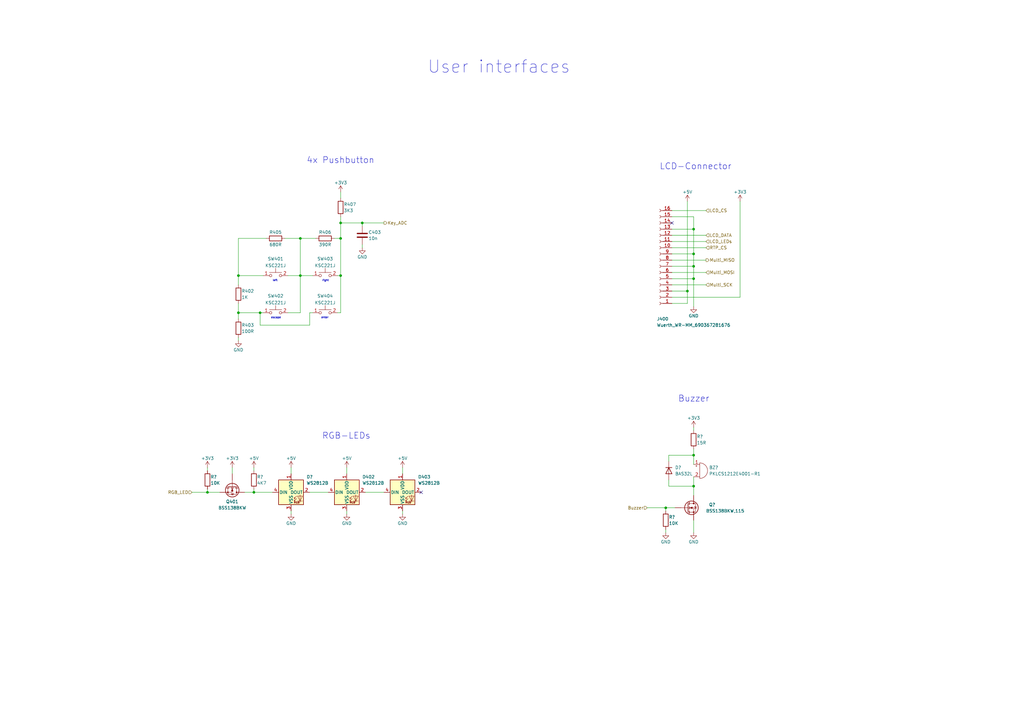
<source format=kicad_sch>
(kicad_sch (version 20211123) (generator eeschema)

  (uuid 35037677-867b-46b1-8787-217a7d746ebb)

  (paper "A3")

  (title_block
    (title "qEdge-UI")
    (date "06.02.2023")
    (rev "V1.0.0")
    (company "(C) 2023 qinno")
    (comment 1 "CYA")
    (comment 2 "17.02.2023")
    (comment 3 "MSC")
    (comment 4 "17.02.2023")
    (comment 5 "RWO")
    (comment 6 "-")
    (comment 7 "V1.0.0")
  )

  (lib_symbols
    (symbol "BSS138BKW_1" (pin_numbers hide) (pin_names hide) (in_bom yes) (on_board yes)
      (property "Reference" "Q" (id 0) (at 2.54 1.905 0)
        (effects (font (size 1.27 1.27)) (justify left))
      )
      (property "Value" "BSS138BKW_1" (id 1) (at 2.54 0 0)
        (effects (font (size 1.27 1.27)) (justify left))
      )
      (property "Footprint" "Package_TO_SOT_SMD:SOT-323_SC-70" (id 2) (at 2.54 -1.905 0)
        (effects (font (size 1.27 1.27) italic) (justify left) hide)
      )
      (property "Datasheet" "~" (id 3) (at 3.175 -3.81 0)
        (effects (font (size 1.27 1.27)) (justify left) hide)
      )
      (property "Manufacturer_Name" "Nexperia" (id 4) (at 6.985 -5.715 0)
        (effects (font (size 1.27 1.27)) hide)
      )
      (property "Manufacturer_Part_Number" "BSS138BKW,115" (id 5) (at 10.795 -8.255 0)
        (effects (font (size 1.27 1.27)) hide)
      )
      (property "ki_keywords" "N-Channel MOSFET" (id 6) (at 0 0 0)
        (effects (font (size 1.27 1.27)) hide)
      )
      (property "ki_description" "N-Channel MOSFET" (id 7) (at 0 0 0)
        (effects (font (size 1.27 1.27)) hide)
      )
      (symbol "BSS138BKW_1_0_1"
        (circle (center -0.889 0) (radius 2.794)
          (stroke (width 0.254) (type default) (color 0 0 0 0))
          (fill (type none))
        )
        (circle (center 0 -1.778) (radius 0.254)
          (stroke (width 0) (type default) (color 0 0 0 0))
          (fill (type outline))
        )
        (polyline
          (pts
            (xy -2.286 0)
            (xy -5.08 0)
          )
          (stroke (width 0) (type default) (color 0 0 0 0))
          (fill (type none))
        )
        (polyline
          (pts
            (xy -2.286 1.905)
            (xy -2.286 -1.905)
          )
          (stroke (width 0.254) (type default) (color 0 0 0 0))
          (fill (type none))
        )
        (polyline
          (pts
            (xy -1.778 -1.27)
            (xy -1.778 -2.286)
          )
          (stroke (width 0.254) (type default) (color 0 0 0 0))
          (fill (type none))
        )
        (polyline
          (pts
            (xy -1.778 0.508)
            (xy -1.778 -0.508)
          )
          (stroke (width 0.254) (type default) (color 0 0 0 0))
          (fill (type none))
        )
        (polyline
          (pts
            (xy -1.778 2.286)
            (xy -1.778 1.27)
          )
          (stroke (width 0.254) (type default) (color 0 0 0 0))
          (fill (type none))
        )
        (polyline
          (pts
            (xy 0 2.54)
            (xy 0 1.778)
          )
          (stroke (width 0) (type default) (color 0 0 0 0))
          (fill (type none))
        )
        (polyline
          (pts
            (xy 0 -2.54)
            (xy 0 0)
            (xy -1.778 0)
          )
          (stroke (width 0) (type default) (color 0 0 0 0))
          (fill (type none))
        )
        (polyline
          (pts
            (xy -1.778 -1.778)
            (xy 0.762 -1.778)
            (xy 0.762 1.778)
            (xy -1.778 1.778)
          )
          (stroke (width 0) (type default) (color 0 0 0 0))
          (fill (type none))
        )
        (polyline
          (pts
            (xy -1.524 0)
            (xy -0.508 0.381)
            (xy -0.508 -0.381)
            (xy -1.524 0)
          )
          (stroke (width 0) (type default) (color 0 0 0 0))
          (fill (type outline))
        )
        (polyline
          (pts
            (xy 0.254 0.508)
            (xy 0.381 0.381)
            (xy 1.143 0.381)
            (xy 1.27 0.254)
          )
          (stroke (width 0) (type default) (color 0 0 0 0))
          (fill (type none))
        )
        (polyline
          (pts
            (xy 0.762 0.381)
            (xy 0.381 -0.254)
            (xy 1.143 -0.254)
            (xy 0.762 0.381)
          )
          (stroke (width 0) (type default) (color 0 0 0 0))
          (fill (type none))
        )
        (circle (center 0 1.778) (radius 0.254)
          (stroke (width 0) (type default) (color 0 0 0 0))
          (fill (type outline))
        )
      )
      (symbol "BSS138BKW_1_1_1"
        (pin input line (at -7.62 0 0) (length 2.54)
          (name "G" (effects (font (size 1.27 1.27))))
          (number "1" (effects (font (size 1.27 1.27))))
        )
        (pin passive line (at 0 -5.08 90) (length 2.54)
          (name "S" (effects (font (size 1.27 1.27))))
          (number "2" (effects (font (size 1.27 1.27))))
        )
        (pin passive line (at 0 5.08 270) (length 2.54)
          (name "D" (effects (font (size 1.27 1.27))))
          (number "3" (effects (font (size 1.27 1.27))))
        )
      )
    )
    (symbol "Connector:Conn_01x16_Female" (pin_names (offset 1.016) hide) (in_bom yes) (on_board yes)
      (property "Reference" "J" (id 0) (at 0 20.32 0)
        (effects (font (size 1.27 1.27)))
      )
      (property "Value" "Conn_01x16_Female" (id 1) (at 0 -22.86 0)
        (effects (font (size 1.27 1.27)))
      )
      (property "Footprint" "" (id 2) (at 0 0 0)
        (effects (font (size 1.27 1.27)) hide)
      )
      (property "Datasheet" "~" (id 3) (at 0 0 0)
        (effects (font (size 1.27 1.27)) hide)
      )
      (property "ki_keywords" "connector" (id 4) (at 0 0 0)
        (effects (font (size 1.27 1.27)) hide)
      )
      (property "ki_description" "Generic connector, single row, 01x16, script generated (kicad-library-utils/schlib/autogen/connector/)" (id 5) (at 0 0 0)
        (effects (font (size 1.27 1.27)) hide)
      )
      (property "ki_fp_filters" "Connector*:*_1x??_*" (id 6) (at 0 0 0)
        (effects (font (size 1.27 1.27)) hide)
      )
      (symbol "Conn_01x16_Female_1_1"
        (arc (start 0 -19.812) (mid -0.508 -20.32) (end 0 -20.828)
          (stroke (width 0.1524) (type default) (color 0 0 0 0))
          (fill (type none))
        )
        (arc (start 0 -17.272) (mid -0.508 -17.78) (end 0 -18.288)
          (stroke (width 0.1524) (type default) (color 0 0 0 0))
          (fill (type none))
        )
        (arc (start 0 -14.732) (mid -0.508 -15.24) (end 0 -15.748)
          (stroke (width 0.1524) (type default) (color 0 0 0 0))
          (fill (type none))
        )
        (arc (start 0 -12.192) (mid -0.508 -12.7) (end 0 -13.208)
          (stroke (width 0.1524) (type default) (color 0 0 0 0))
          (fill (type none))
        )
        (arc (start 0 -9.652) (mid -0.508 -10.16) (end 0 -10.668)
          (stroke (width 0.1524) (type default) (color 0 0 0 0))
          (fill (type none))
        )
        (arc (start 0 -7.112) (mid -0.508 -7.62) (end 0 -8.128)
          (stroke (width 0.1524) (type default) (color 0 0 0 0))
          (fill (type none))
        )
        (arc (start 0 -4.572) (mid -0.508 -5.08) (end 0 -5.588)
          (stroke (width 0.1524) (type default) (color 0 0 0 0))
          (fill (type none))
        )
        (arc (start 0 -2.032) (mid -0.508 -2.54) (end 0 -3.048)
          (stroke (width 0.1524) (type default) (color 0 0 0 0))
          (fill (type none))
        )
        (polyline
          (pts
            (xy -1.27 -20.32)
            (xy -0.508 -20.32)
          )
          (stroke (width 0.1524) (type default) (color 0 0 0 0))
          (fill (type none))
        )
        (polyline
          (pts
            (xy -1.27 -17.78)
            (xy -0.508 -17.78)
          )
          (stroke (width 0.1524) (type default) (color 0 0 0 0))
          (fill (type none))
        )
        (polyline
          (pts
            (xy -1.27 -15.24)
            (xy -0.508 -15.24)
          )
          (stroke (width 0.1524) (type default) (color 0 0 0 0))
          (fill (type none))
        )
        (polyline
          (pts
            (xy -1.27 -12.7)
            (xy -0.508 -12.7)
          )
          (stroke (width 0.1524) (type default) (color 0 0 0 0))
          (fill (type none))
        )
        (polyline
          (pts
            (xy -1.27 -10.16)
            (xy -0.508 -10.16)
          )
          (stroke (width 0.1524) (type default) (color 0 0 0 0))
          (fill (type none))
        )
        (polyline
          (pts
            (xy -1.27 -7.62)
            (xy -0.508 -7.62)
          )
          (stroke (width 0.1524) (type default) (color 0 0 0 0))
          (fill (type none))
        )
        (polyline
          (pts
            (xy -1.27 -5.08)
            (xy -0.508 -5.08)
          )
          (stroke (width 0.1524) (type default) (color 0 0 0 0))
          (fill (type none))
        )
        (polyline
          (pts
            (xy -1.27 -2.54)
            (xy -0.508 -2.54)
          )
          (stroke (width 0.1524) (type default) (color 0 0 0 0))
          (fill (type none))
        )
        (polyline
          (pts
            (xy -1.27 0)
            (xy -0.508 0)
          )
          (stroke (width 0.1524) (type default) (color 0 0 0 0))
          (fill (type none))
        )
        (polyline
          (pts
            (xy -1.27 2.54)
            (xy -0.508 2.54)
          )
          (stroke (width 0.1524) (type default) (color 0 0 0 0))
          (fill (type none))
        )
        (polyline
          (pts
            (xy -1.27 5.08)
            (xy -0.508 5.08)
          )
          (stroke (width 0.1524) (type default) (color 0 0 0 0))
          (fill (type none))
        )
        (polyline
          (pts
            (xy -1.27 7.62)
            (xy -0.508 7.62)
          )
          (stroke (width 0.1524) (type default) (color 0 0 0 0))
          (fill (type none))
        )
        (polyline
          (pts
            (xy -1.27 10.16)
            (xy -0.508 10.16)
          )
          (stroke (width 0.1524) (type default) (color 0 0 0 0))
          (fill (type none))
        )
        (polyline
          (pts
            (xy -1.27 12.7)
            (xy -0.508 12.7)
          )
          (stroke (width 0.1524) (type default) (color 0 0 0 0))
          (fill (type none))
        )
        (polyline
          (pts
            (xy -1.27 15.24)
            (xy -0.508 15.24)
          )
          (stroke (width 0.1524) (type default) (color 0 0 0 0))
          (fill (type none))
        )
        (polyline
          (pts
            (xy -1.27 17.78)
            (xy -0.508 17.78)
          )
          (stroke (width 0.1524) (type default) (color 0 0 0 0))
          (fill (type none))
        )
        (arc (start 0 0.508) (mid -0.508 0) (end 0 -0.508)
          (stroke (width 0.1524) (type default) (color 0 0 0 0))
          (fill (type none))
        )
        (arc (start 0 3.048) (mid -0.508 2.54) (end 0 2.032)
          (stroke (width 0.1524) (type default) (color 0 0 0 0))
          (fill (type none))
        )
        (arc (start 0 5.588) (mid -0.508 5.08) (end 0 4.572)
          (stroke (width 0.1524) (type default) (color 0 0 0 0))
          (fill (type none))
        )
        (arc (start 0 8.128) (mid -0.508 7.62) (end 0 7.112)
          (stroke (width 0.1524) (type default) (color 0 0 0 0))
          (fill (type none))
        )
        (arc (start 0 10.668) (mid -0.508 10.16) (end 0 9.652)
          (stroke (width 0.1524) (type default) (color 0 0 0 0))
          (fill (type none))
        )
        (arc (start 0 13.208) (mid -0.508 12.7) (end 0 12.192)
          (stroke (width 0.1524) (type default) (color 0 0 0 0))
          (fill (type none))
        )
        (arc (start 0 15.748) (mid -0.508 15.24) (end 0 14.732)
          (stroke (width 0.1524) (type default) (color 0 0 0 0))
          (fill (type none))
        )
        (arc (start 0 18.288) (mid -0.508 17.78) (end 0 17.272)
          (stroke (width 0.1524) (type default) (color 0 0 0 0))
          (fill (type none))
        )
        (pin passive line (at -5.08 17.78 0) (length 3.81)
          (name "Pin_1" (effects (font (size 1.27 1.27))))
          (number "1" (effects (font (size 1.27 1.27))))
        )
        (pin passive line (at -5.08 -5.08 0) (length 3.81)
          (name "Pin_10" (effects (font (size 1.27 1.27))))
          (number "10" (effects (font (size 1.27 1.27))))
        )
        (pin passive line (at -5.08 -7.62 0) (length 3.81)
          (name "Pin_11" (effects (font (size 1.27 1.27))))
          (number "11" (effects (font (size 1.27 1.27))))
        )
        (pin passive line (at -5.08 -10.16 0) (length 3.81)
          (name "Pin_12" (effects (font (size 1.27 1.27))))
          (number "12" (effects (font (size 1.27 1.27))))
        )
        (pin passive line (at -5.08 -12.7 0) (length 3.81)
          (name "Pin_13" (effects (font (size 1.27 1.27))))
          (number "13" (effects (font (size 1.27 1.27))))
        )
        (pin passive line (at -5.08 -15.24 0) (length 3.81)
          (name "Pin_14" (effects (font (size 1.27 1.27))))
          (number "14" (effects (font (size 1.27 1.27))))
        )
        (pin passive line (at -5.08 -17.78 0) (length 3.81)
          (name "Pin_15" (effects (font (size 1.27 1.27))))
          (number "15" (effects (font (size 1.27 1.27))))
        )
        (pin passive line (at -5.08 -20.32 0) (length 3.81)
          (name "Pin_16" (effects (font (size 1.27 1.27))))
          (number "16" (effects (font (size 1.27 1.27))))
        )
        (pin passive line (at -5.08 15.24 0) (length 3.81)
          (name "Pin_2" (effects (font (size 1.27 1.27))))
          (number "2" (effects (font (size 1.27 1.27))))
        )
        (pin passive line (at -5.08 12.7 0) (length 3.81)
          (name "Pin_3" (effects (font (size 1.27 1.27))))
          (number "3" (effects (font (size 1.27 1.27))))
        )
        (pin passive line (at -5.08 10.16 0) (length 3.81)
          (name "Pin_4" (effects (font (size 1.27 1.27))))
          (number "4" (effects (font (size 1.27 1.27))))
        )
        (pin passive line (at -5.08 7.62 0) (length 3.81)
          (name "Pin_5" (effects (font (size 1.27 1.27))))
          (number "5" (effects (font (size 1.27 1.27))))
        )
        (pin passive line (at -5.08 5.08 0) (length 3.81)
          (name "Pin_6" (effects (font (size 1.27 1.27))))
          (number "6" (effects (font (size 1.27 1.27))))
        )
        (pin passive line (at -5.08 2.54 0) (length 3.81)
          (name "Pin_7" (effects (font (size 1.27 1.27))))
          (number "7" (effects (font (size 1.27 1.27))))
        )
        (pin passive line (at -5.08 0 0) (length 3.81)
          (name "Pin_8" (effects (font (size 1.27 1.27))))
          (number "8" (effects (font (size 1.27 1.27))))
        )
        (pin passive line (at -5.08 -2.54 0) (length 3.81)
          (name "Pin_9" (effects (font (size 1.27 1.27))))
          (number "9" (effects (font (size 1.27 1.27))))
        )
      )
    )
    (symbol "Device:Buzzer" (pin_names (offset 0.0254) hide) (in_bom yes) (on_board yes)
      (property "Reference" "BZ" (id 0) (at 3.81 1.27 0)
        (effects (font (size 1.27 1.27)) (justify left))
      )
      (property "Value" "Buzzer" (id 1) (at 3.81 -1.27 0)
        (effects (font (size 1.27 1.27)) (justify left))
      )
      (property "Footprint" "" (id 2) (at -0.635 2.54 90)
        (effects (font (size 1.27 1.27)) hide)
      )
      (property "Datasheet" "~" (id 3) (at -0.635 2.54 90)
        (effects (font (size 1.27 1.27)) hide)
      )
      (property "ki_keywords" "quartz resonator ceramic" (id 4) (at 0 0 0)
        (effects (font (size 1.27 1.27)) hide)
      )
      (property "ki_description" "Buzzer, polarized" (id 5) (at 0 0 0)
        (effects (font (size 1.27 1.27)) hide)
      )
      (property "ki_fp_filters" "*Buzzer*" (id 6) (at 0 0 0)
        (effects (font (size 1.27 1.27)) hide)
      )
      (symbol "Buzzer_0_1"
        (arc (start 0 -3.175) (mid 3.175 0) (end 0 3.175)
          (stroke (width 0) (type default) (color 0 0 0 0))
          (fill (type none))
        )
        (polyline
          (pts
            (xy -1.651 1.905)
            (xy -1.143 1.905)
          )
          (stroke (width 0) (type default) (color 0 0 0 0))
          (fill (type none))
        )
        (polyline
          (pts
            (xy -1.397 2.159)
            (xy -1.397 1.651)
          )
          (stroke (width 0) (type default) (color 0 0 0 0))
          (fill (type none))
        )
        (polyline
          (pts
            (xy 0 3.175)
            (xy 0 -3.175)
          )
          (stroke (width 0) (type default) (color 0 0 0 0))
          (fill (type none))
        )
      )
      (symbol "Buzzer_1_1"
        (pin passive line (at -2.54 2.54 0) (length 2.54)
          (name "-" (effects (font (size 1.27 1.27))))
          (number "1" (effects (font (size 1.27 1.27))))
        )
        (pin passive line (at -2.54 -2.54 0) (length 2.54)
          (name "+" (effects (font (size 1.27 1.27))))
          (number "2" (effects (font (size 1.27 1.27))))
        )
      )
    )
    (symbol "Device:C" (pin_numbers hide) (pin_names (offset 0.254)) (in_bom yes) (on_board yes)
      (property "Reference" "C" (id 0) (at 0.635 2.54 0)
        (effects (font (size 1.27 1.27)) (justify left))
      )
      (property "Value" "C" (id 1) (at 0.635 -2.54 0)
        (effects (font (size 1.27 1.27)) (justify left))
      )
      (property "Footprint" "" (id 2) (at 0.9652 -3.81 0)
        (effects (font (size 1.27 1.27)) hide)
      )
      (property "Datasheet" "~" (id 3) (at 0 0 0)
        (effects (font (size 1.27 1.27)) hide)
      )
      (property "ki_keywords" "cap capacitor" (id 4) (at 0 0 0)
        (effects (font (size 1.27 1.27)) hide)
      )
      (property "ki_description" "Unpolarized capacitor" (id 5) (at 0 0 0)
        (effects (font (size 1.27 1.27)) hide)
      )
      (property "ki_fp_filters" "C_*" (id 6) (at 0 0 0)
        (effects (font (size 1.27 1.27)) hide)
      )
      (symbol "C_0_1"
        (polyline
          (pts
            (xy -2.032 -0.762)
            (xy 2.032 -0.762)
          )
          (stroke (width 0.508) (type default) (color 0 0 0 0))
          (fill (type none))
        )
        (polyline
          (pts
            (xy -2.032 0.762)
            (xy 2.032 0.762)
          )
          (stroke (width 0.508) (type default) (color 0 0 0 0))
          (fill (type none))
        )
      )
      (symbol "C_1_1"
        (pin passive line (at 0 3.81 270) (length 2.794)
          (name "~" (effects (font (size 1.27 1.27))))
          (number "1" (effects (font (size 1.27 1.27))))
        )
        (pin passive line (at 0 -3.81 90) (length 2.794)
          (name "~" (effects (font (size 1.27 1.27))))
          (number "2" (effects (font (size 1.27 1.27))))
        )
      )
    )
    (symbol "Device:D" (pin_numbers hide) (pin_names (offset 1.016) hide) (in_bom yes) (on_board yes)
      (property "Reference" "D" (id 0) (at 0 2.54 0)
        (effects (font (size 1.27 1.27)))
      )
      (property "Value" "D" (id 1) (at 0 -2.54 0)
        (effects (font (size 1.27 1.27)))
      )
      (property "Footprint" "" (id 2) (at 0 0 0)
        (effects (font (size 1.27 1.27)) hide)
      )
      (property "Datasheet" "~" (id 3) (at 0 0 0)
        (effects (font (size 1.27 1.27)) hide)
      )
      (property "ki_keywords" "diode" (id 4) (at 0 0 0)
        (effects (font (size 1.27 1.27)) hide)
      )
      (property "ki_description" "Diode" (id 5) (at 0 0 0)
        (effects (font (size 1.27 1.27)) hide)
      )
      (property "ki_fp_filters" "TO-???* *_Diode_* *SingleDiode* D_*" (id 6) (at 0 0 0)
        (effects (font (size 1.27 1.27)) hide)
      )
      (symbol "D_0_1"
        (polyline
          (pts
            (xy -1.27 1.27)
            (xy -1.27 -1.27)
          )
          (stroke (width 0.254) (type default) (color 0 0 0 0))
          (fill (type none))
        )
        (polyline
          (pts
            (xy 1.27 0)
            (xy -1.27 0)
          )
          (stroke (width 0) (type default) (color 0 0 0 0))
          (fill (type none))
        )
        (polyline
          (pts
            (xy 1.27 1.27)
            (xy 1.27 -1.27)
            (xy -1.27 0)
            (xy 1.27 1.27)
          )
          (stroke (width 0.254) (type default) (color 0 0 0 0))
          (fill (type none))
        )
      )
      (symbol "D_1_1"
        (pin passive line (at -3.81 0 0) (length 2.54)
          (name "K" (effects (font (size 1.27 1.27))))
          (number "1" (effects (font (size 1.27 1.27))))
        )
        (pin passive line (at 3.81 0 180) (length 2.54)
          (name "A" (effects (font (size 1.27 1.27))))
          (number "2" (effects (font (size 1.27 1.27))))
        )
      )
    )
    (symbol "Device:R" (pin_numbers hide) (pin_names (offset 0)) (in_bom yes) (on_board yes)
      (property "Reference" "R" (id 0) (at 2.032 0 90)
        (effects (font (size 1.27 1.27)))
      )
      (property "Value" "R" (id 1) (at 0 0 90)
        (effects (font (size 1.27 1.27)))
      )
      (property "Footprint" "" (id 2) (at -1.778 0 90)
        (effects (font (size 1.27 1.27)) hide)
      )
      (property "Datasheet" "~" (id 3) (at 0 0 0)
        (effects (font (size 1.27 1.27)) hide)
      )
      (property "ki_keywords" "R res resistor" (id 4) (at 0 0 0)
        (effects (font (size 1.27 1.27)) hide)
      )
      (property "ki_description" "Resistor" (id 5) (at 0 0 0)
        (effects (font (size 1.27 1.27)) hide)
      )
      (property "ki_fp_filters" "R_*" (id 6) (at 0 0 0)
        (effects (font (size 1.27 1.27)) hide)
      )
      (symbol "R_0_1"
        (rectangle (start -1.016 -2.54) (end 1.016 2.54)
          (stroke (width 0.254) (type default) (color 0 0 0 0))
          (fill (type none))
        )
      )
      (symbol "R_1_1"
        (pin passive line (at 0 3.81 270) (length 1.27)
          (name "~" (effects (font (size 1.27 1.27))))
          (number "1" (effects (font (size 1.27 1.27))))
        )
        (pin passive line (at 0 -3.81 90) (length 1.27)
          (name "~" (effects (font (size 1.27 1.27))))
          (number "2" (effects (font (size 1.27 1.27))))
        )
      )
    )
    (symbol "LED:WS2812B" (pin_names (offset 0.254)) (in_bom yes) (on_board yes)
      (property "Reference" "D" (id 0) (at 5.08 5.715 0)
        (effects (font (size 1.27 1.27)) (justify right bottom))
      )
      (property "Value" "WS2812B" (id 1) (at 1.27 -5.715 0)
        (effects (font (size 1.27 1.27)) (justify left top))
      )
      (property "Footprint" "LED_SMD:LED_WS2812B_PLCC4_5.0x5.0mm_P3.2mm" (id 2) (at 1.27 -7.62 0)
        (effects (font (size 1.27 1.27)) (justify left top) hide)
      )
      (property "Datasheet" "https://cdn-shop.adafruit.com/datasheets/WS2812B.pdf" (id 3) (at 2.54 -9.525 0)
        (effects (font (size 1.27 1.27)) (justify left top) hide)
      )
      (property "ki_keywords" "RGB LED NeoPixel addressable" (id 4) (at 0 0 0)
        (effects (font (size 1.27 1.27)) hide)
      )
      (property "ki_description" "RGB LED with integrated controller" (id 5) (at 0 0 0)
        (effects (font (size 1.27 1.27)) hide)
      )
      (property "ki_fp_filters" "LED*WS2812*PLCC*5.0x5.0mm*P3.2mm*" (id 6) (at 0 0 0)
        (effects (font (size 1.27 1.27)) hide)
      )
      (symbol "WS2812B_0_0"
        (text "RGB" (at 2.286 -4.191 0)
          (effects (font (size 0.762 0.762)))
        )
      )
      (symbol "WS2812B_0_1"
        (polyline
          (pts
            (xy 1.27 -3.556)
            (xy 1.778 -3.556)
          )
          (stroke (width 0) (type default) (color 0 0 0 0))
          (fill (type none))
        )
        (polyline
          (pts
            (xy 1.27 -2.54)
            (xy 1.778 -2.54)
          )
          (stroke (width 0) (type default) (color 0 0 0 0))
          (fill (type none))
        )
        (polyline
          (pts
            (xy 4.699 -3.556)
            (xy 2.667 -3.556)
          )
          (stroke (width 0) (type default) (color 0 0 0 0))
          (fill (type none))
        )
        (polyline
          (pts
            (xy 2.286 -2.54)
            (xy 1.27 -3.556)
            (xy 1.27 -3.048)
          )
          (stroke (width 0) (type default) (color 0 0 0 0))
          (fill (type none))
        )
        (polyline
          (pts
            (xy 2.286 -1.524)
            (xy 1.27 -2.54)
            (xy 1.27 -2.032)
          )
          (stroke (width 0) (type default) (color 0 0 0 0))
          (fill (type none))
        )
        (polyline
          (pts
            (xy 3.683 -1.016)
            (xy 3.683 -3.556)
            (xy 3.683 -4.064)
          )
          (stroke (width 0) (type default) (color 0 0 0 0))
          (fill (type none))
        )
        (polyline
          (pts
            (xy 4.699 -1.524)
            (xy 2.667 -1.524)
            (xy 3.683 -3.556)
            (xy 4.699 -1.524)
          )
          (stroke (width 0) (type default) (color 0 0 0 0))
          (fill (type none))
        )
        (rectangle (start 5.08 5.08) (end -5.08 -5.08)
          (stroke (width 0.254) (type default) (color 0 0 0 0))
          (fill (type background))
        )
      )
      (symbol "WS2812B_1_1"
        (pin power_in line (at 0 7.62 270) (length 2.54)
          (name "VDD" (effects (font (size 1.27 1.27))))
          (number "1" (effects (font (size 1.27 1.27))))
        )
        (pin output line (at 7.62 0 180) (length 2.54)
          (name "DOUT" (effects (font (size 1.27 1.27))))
          (number "2" (effects (font (size 1.27 1.27))))
        )
        (pin power_in line (at 0 -7.62 90) (length 2.54)
          (name "VSS" (effects (font (size 1.27 1.27))))
          (number "3" (effects (font (size 1.27 1.27))))
        )
        (pin input line (at -7.62 0 0) (length 2.54)
          (name "DIN" (effects (font (size 1.27 1.27))))
          (number "4" (effects (font (size 1.27 1.27))))
        )
      )
    )
    (symbol "Switch:SW_Push" (pin_names (offset 1.016) hide) (in_bom yes) (on_board yes)
      (property "Reference" "SW" (id 0) (at 1.27 2.54 0)
        (effects (font (size 1.27 1.27)) (justify left))
      )
      (property "Value" "SW_Push" (id 1) (at 0 -1.524 0)
        (effects (font (size 1.27 1.27)))
      )
      (property "Footprint" "" (id 2) (at 0 5.08 0)
        (effects (font (size 1.27 1.27)) hide)
      )
      (property "Datasheet" "~" (id 3) (at 0 5.08 0)
        (effects (font (size 1.27 1.27)) hide)
      )
      (property "ki_keywords" "switch normally-open pushbutton push-button" (id 4) (at 0 0 0)
        (effects (font (size 1.27 1.27)) hide)
      )
      (property "ki_description" "Push button switch, generic, two pins" (id 5) (at 0 0 0)
        (effects (font (size 1.27 1.27)) hide)
      )
      (symbol "SW_Push_0_1"
        (circle (center -2.032 0) (radius 0.508)
          (stroke (width 0) (type default) (color 0 0 0 0))
          (fill (type none))
        )
        (polyline
          (pts
            (xy 0 1.27)
            (xy 0 3.048)
          )
          (stroke (width 0) (type default) (color 0 0 0 0))
          (fill (type none))
        )
        (polyline
          (pts
            (xy 2.54 1.27)
            (xy -2.54 1.27)
          )
          (stroke (width 0) (type default) (color 0 0 0 0))
          (fill (type none))
        )
        (circle (center 2.032 0) (radius 0.508)
          (stroke (width 0) (type default) (color 0 0 0 0))
          (fill (type none))
        )
        (pin passive line (at -5.08 0 0) (length 2.54)
          (name "1" (effects (font (size 1.27 1.27))))
          (number "1" (effects (font (size 1.27 1.27))))
        )
        (pin passive line (at 5.08 0 180) (length 2.54)
          (name "2" (effects (font (size 1.27 1.27))))
          (number "2" (effects (font (size 1.27 1.27))))
        )
      )
    )
    (symbol "power:+3V3" (power) (pin_names (offset 0)) (in_bom yes) (on_board yes)
      (property "Reference" "#PWR" (id 0) (at 0 -3.81 0)
        (effects (font (size 1.27 1.27)) hide)
      )
      (property "Value" "+3V3" (id 1) (at 0 3.556 0)
        (effects (font (size 1.27 1.27)))
      )
      (property "Footprint" "" (id 2) (at 0 0 0)
        (effects (font (size 1.27 1.27)) hide)
      )
      (property "Datasheet" "" (id 3) (at 0 0 0)
        (effects (font (size 1.27 1.27)) hide)
      )
      (property "ki_keywords" "power-flag" (id 4) (at 0 0 0)
        (effects (font (size 1.27 1.27)) hide)
      )
      (property "ki_description" "Power symbol creates a global label with name \"+3V3\"" (id 5) (at 0 0 0)
        (effects (font (size 1.27 1.27)) hide)
      )
      (symbol "+3V3_0_1"
        (polyline
          (pts
            (xy -0.762 1.27)
            (xy 0 2.54)
          )
          (stroke (width 0) (type default) (color 0 0 0 0))
          (fill (type none))
        )
        (polyline
          (pts
            (xy 0 0)
            (xy 0 2.54)
          )
          (stroke (width 0) (type default) (color 0 0 0 0))
          (fill (type none))
        )
        (polyline
          (pts
            (xy 0 2.54)
            (xy 0.762 1.27)
          )
          (stroke (width 0) (type default) (color 0 0 0 0))
          (fill (type none))
        )
      )
      (symbol "+3V3_1_1"
        (pin power_in line (at 0 0 90) (length 0) hide
          (name "+3V3" (effects (font (size 1.27 1.27))))
          (number "1" (effects (font (size 1.27 1.27))))
        )
      )
    )
    (symbol "power:+5V" (power) (pin_names (offset 0)) (in_bom yes) (on_board yes)
      (property "Reference" "#PWR" (id 0) (at 0 -3.81 0)
        (effects (font (size 1.27 1.27)) hide)
      )
      (property "Value" "+5V" (id 1) (at 0 3.556 0)
        (effects (font (size 1.27 1.27)))
      )
      (property "Footprint" "" (id 2) (at 0 0 0)
        (effects (font (size 1.27 1.27)) hide)
      )
      (property "Datasheet" "" (id 3) (at 0 0 0)
        (effects (font (size 1.27 1.27)) hide)
      )
      (property "ki_keywords" "power-flag" (id 4) (at 0 0 0)
        (effects (font (size 1.27 1.27)) hide)
      )
      (property "ki_description" "Power symbol creates a global label with name \"+5V\"" (id 5) (at 0 0 0)
        (effects (font (size 1.27 1.27)) hide)
      )
      (symbol "+5V_0_1"
        (polyline
          (pts
            (xy -0.762 1.27)
            (xy 0 2.54)
          )
          (stroke (width 0) (type default) (color 0 0 0 0))
          (fill (type none))
        )
        (polyline
          (pts
            (xy 0 0)
            (xy 0 2.54)
          )
          (stroke (width 0) (type default) (color 0 0 0 0))
          (fill (type none))
        )
        (polyline
          (pts
            (xy 0 2.54)
            (xy 0.762 1.27)
          )
          (stroke (width 0) (type default) (color 0 0 0 0))
          (fill (type none))
        )
      )
      (symbol "+5V_1_1"
        (pin power_in line (at 0 0 90) (length 0) hide
          (name "+5V" (effects (font (size 1.27 1.27))))
          (number "1" (effects (font (size 1.27 1.27))))
        )
      )
    )
    (symbol "power:GND" (power) (pin_names (offset 0)) (in_bom yes) (on_board yes)
      (property "Reference" "#PWR" (id 0) (at 0 -6.35 0)
        (effects (font (size 1.27 1.27)) hide)
      )
      (property "Value" "GND" (id 1) (at 0 -3.81 0)
        (effects (font (size 1.27 1.27)))
      )
      (property "Footprint" "" (id 2) (at 0 0 0)
        (effects (font (size 1.27 1.27)) hide)
      )
      (property "Datasheet" "" (id 3) (at 0 0 0)
        (effects (font (size 1.27 1.27)) hide)
      )
      (property "ki_keywords" "power-flag" (id 4) (at 0 0 0)
        (effects (font (size 1.27 1.27)) hide)
      )
      (property "ki_description" "Power symbol creates a global label with name \"GND\" , ground" (id 5) (at 0 0 0)
        (effects (font (size 1.27 1.27)) hide)
      )
      (symbol "GND_0_1"
        (polyline
          (pts
            (xy 0 0)
            (xy 0 -1.27)
            (xy 1.27 -1.27)
            (xy 0 -2.54)
            (xy -1.27 -1.27)
            (xy 0 -1.27)
          )
          (stroke (width 0) (type default) (color 0 0 0 0))
          (fill (type none))
        )
      )
      (symbol "GND_1_1"
        (pin power_in line (at 0 0 270) (length 0) hide
          (name "GND" (effects (font (size 1.27 1.27))))
          (number "1" (effects (font (size 1.27 1.27))))
        )
      )
    )
    (symbol "qEdge-UI:BSS138BKW" (pin_numbers hide) (pin_names hide) (in_bom yes) (on_board yes)
      (property "Reference" "Q" (id 0) (at 2.54 1.905 0)
        (effects (font (size 1.27 1.27)) (justify left))
      )
      (property "Value" "BSS138BKW" (id 1) (at 2.54 0 0)
        (effects (font (size 1.27 1.27)) (justify left))
      )
      (property "Footprint" "Package_TO_SOT_SMD:SOT-323_SC-70" (id 2) (at 2.54 -1.905 0)
        (effects (font (size 1.27 1.27) italic) (justify left) hide)
      )
      (property "Datasheet" "~" (id 3) (at 3.175 -3.81 0)
        (effects (font (size 1.27 1.27)) (justify left) hide)
      )
      (property "Manufacturer_Name" "Nexperia" (id 4) (at 6.985 -5.715 0)
        (effects (font (size 1.27 1.27)) hide)
      )
      (property "Manufacturer_Part_Number" "BSS138BKW,115" (id 5) (at 10.795 -8.255 0)
        (effects (font (size 1.27 1.27)) hide)
      )
      (property "ki_keywords" "N-Channel MOSFET" (id 6) (at 0 0 0)
        (effects (font (size 1.27 1.27)) hide)
      )
      (property "ki_description" "N-Channel MOSFET" (id 7) (at 0 0 0)
        (effects (font (size 1.27 1.27)) hide)
      )
      (symbol "BSS138BKW_0_1"
        (circle (center -0.889 0) (radius 2.794)
          (stroke (width 0.254) (type default) (color 0 0 0 0))
          (fill (type none))
        )
        (circle (center 0 -1.778) (radius 0.254)
          (stroke (width 0) (type default) (color 0 0 0 0))
          (fill (type outline))
        )
        (polyline
          (pts
            (xy -2.286 0)
            (xy -5.08 0)
          )
          (stroke (width 0) (type default) (color 0 0 0 0))
          (fill (type none))
        )
        (polyline
          (pts
            (xy -2.286 1.905)
            (xy -2.286 -1.905)
          )
          (stroke (width 0.254) (type default) (color 0 0 0 0))
          (fill (type none))
        )
        (polyline
          (pts
            (xy -1.778 -1.27)
            (xy -1.778 -2.286)
          )
          (stroke (width 0.254) (type default) (color 0 0 0 0))
          (fill (type none))
        )
        (polyline
          (pts
            (xy -1.778 0.508)
            (xy -1.778 -0.508)
          )
          (stroke (width 0.254) (type default) (color 0 0 0 0))
          (fill (type none))
        )
        (polyline
          (pts
            (xy -1.778 2.286)
            (xy -1.778 1.27)
          )
          (stroke (width 0.254) (type default) (color 0 0 0 0))
          (fill (type none))
        )
        (polyline
          (pts
            (xy 0 2.54)
            (xy 0 1.778)
          )
          (stroke (width 0) (type default) (color 0 0 0 0))
          (fill (type none))
        )
        (polyline
          (pts
            (xy 0 -2.54)
            (xy 0 0)
            (xy -1.778 0)
          )
          (stroke (width 0) (type default) (color 0 0 0 0))
          (fill (type none))
        )
        (polyline
          (pts
            (xy -1.778 -1.778)
            (xy 0.762 -1.778)
            (xy 0.762 1.778)
            (xy -1.778 1.778)
          )
          (stroke (width 0) (type default) (color 0 0 0 0))
          (fill (type none))
        )
        (polyline
          (pts
            (xy -1.524 0)
            (xy -0.508 0.381)
            (xy -0.508 -0.381)
            (xy -1.524 0)
          )
          (stroke (width 0) (type default) (color 0 0 0 0))
          (fill (type outline))
        )
        (polyline
          (pts
            (xy 0.254 0.508)
            (xy 0.381 0.381)
            (xy 1.143 0.381)
            (xy 1.27 0.254)
          )
          (stroke (width 0) (type default) (color 0 0 0 0))
          (fill (type none))
        )
        (polyline
          (pts
            (xy 0.762 0.381)
            (xy 0.381 -0.254)
            (xy 1.143 -0.254)
            (xy 0.762 0.381)
          )
          (stroke (width 0) (type default) (color 0 0 0 0))
          (fill (type none))
        )
        (circle (center 0 1.778) (radius 0.254)
          (stroke (width 0) (type default) (color 0 0 0 0))
          (fill (type outline))
        )
      )
      (symbol "BSS138BKW_1_1"
        (pin input line (at -7.62 0 0) (length 2.54)
          (name "G" (effects (font (size 1.27 1.27))))
          (number "1" (effects (font (size 1.27 1.27))))
        )
        (pin passive line (at 0 -5.08 90) (length 2.54)
          (name "S" (effects (font (size 1.27 1.27))))
          (number "2" (effects (font (size 1.27 1.27))))
        )
        (pin passive line (at 0 5.08 270) (length 2.54)
          (name "D" (effects (font (size 1.27 1.27))))
          (number "3" (effects (font (size 1.27 1.27))))
        )
      )
    )
  )

  (junction (at 139.7 113.03) (diameter 0) (color 0 0 0 0)
    (uuid 1304e32e-8cbf-4a8c-8c9c-a6a07765d057)
  )
  (junction (at 104.14 201.93) (diameter 0) (color 0 0 0 0)
    (uuid 2ac0224f-46df-4f40-b7cc-7e0483134ec2)
  )
  (junction (at 284.48 199.39) (diameter 0) (color 0 0 0 0)
    (uuid 32e4dcaf-d753-4d9d-9238-b322607fe894)
  )
  (junction (at 284.48 109.22) (diameter 0) (color 0 0 0 0)
    (uuid 3f0bbed2-a3ff-4d87-af24-12a314303220)
  )
  (junction (at 106.68 128.27) (diameter 0) (color 0 0 0 0)
    (uuid 44afa0d6-73c5-4aff-ba71-cf82ef4b15ff)
  )
  (junction (at 85.09 201.93) (diameter 0) (color 0 0 0 0)
    (uuid 48b47ab2-9477-4b6e-9917-308b4c9af185)
  )
  (junction (at 139.7 97.79) (diameter 0) (color 0 0 0 0)
    (uuid 5c9aa413-b666-48d1-891f-dbf31f3906c2)
  )
  (junction (at 284.48 93.98) (diameter 0) (color 0 0 0 0)
    (uuid 6f4fa958-051e-41ab-b267-414f2525930d)
  )
  (junction (at 273.05 208.28) (diameter 0) (color 0 0 0 0)
    (uuid 76c30b76-1f73-4c8d-9106-27ebecfa469f)
  )
  (junction (at 284.48 104.14) (diameter 0) (color 0 0 0 0)
    (uuid 7ae12eca-c52d-4e80-b3db-68828438c4cb)
  )
  (junction (at 123.19 113.03) (diameter 0) (color 0 0 0 0)
    (uuid 8bcded31-bb3b-4512-b0e7-e445feeb54de)
  )
  (junction (at 284.48 186.69) (diameter 0) (color 0 0 0 0)
    (uuid 9023a2fa-8091-414c-b234-f3c004b16169)
  )
  (junction (at 97.79 128.27) (diameter 0) (color 0 0 0 0)
    (uuid a3536fce-2817-477d-9299-f78f563a4df9)
  )
  (junction (at 148.59 91.44) (diameter 0) (color 0 0 0 0)
    (uuid ac5a9b30-d639-4913-8cbc-6baf7d3e5a3b)
  )
  (junction (at 139.7 91.44) (diameter 0) (color 0 0 0 0)
    (uuid aea0124e-eff1-4bf0-9962-aa233c46d81a)
  )
  (junction (at 97.79 113.03) (diameter 0) (color 0 0 0 0)
    (uuid be021787-22f3-4546-af2c-10dc2e3d9434)
  )
  (junction (at 281.94 119.38) (diameter 0) (color 0 0 0 0)
    (uuid d8fdf832-d645-4ec0-b72d-34c37c7b3395)
  )
  (junction (at 284.48 114.3) (diameter 0) (color 0 0 0 0)
    (uuid f2e36a7b-bd6f-4c41-8eb3-4ec63bdfb777)
  )
  (junction (at 123.19 97.79) (diameter 0) (color 0 0 0 0)
    (uuid f3240fc0-be3b-45cc-838a-d9ed1f625e15)
  )

  (no_connect (at 172.72 201.93) (uuid 38bce711-2385-413d-a92e-b71c3f144ec4))
  (no_connect (at 275.59 91.44) (uuid 5eba2e36-11ff-48a7-beb2-0f396025541d))

  (wire (pts (xy 78.74 201.93) (xy 85.09 201.93))
    (stroke (width 0) (type default) (color 0 0 0 0))
    (uuid 00215f74-e731-41d3-904a-f3de2f160d8d)
  )
  (wire (pts (xy 100.33 201.93) (xy 104.14 201.93))
    (stroke (width 0) (type default) (color 0 0 0 0))
    (uuid 0549cfa5-2ac7-4e99-b55f-88477428e575)
  )
  (wire (pts (xy 303.53 82.55) (xy 303.53 121.92))
    (stroke (width 0) (type default) (color 0 0 0 0))
    (uuid 0682edf6-82a0-46b1-b5db-0e94094d547a)
  )
  (wire (pts (xy 119.38 191.77) (xy 119.38 194.31))
    (stroke (width 0) (type default) (color 0 0 0 0))
    (uuid 088bace8-5750-404b-8dcb-d88c55c4bda9)
  )
  (wire (pts (xy 284.48 104.14) (xy 284.48 93.98))
    (stroke (width 0) (type default) (color 0 0 0 0))
    (uuid 099746fa-0008-4f13-9d22-973d62784501)
  )
  (wire (pts (xy 97.79 124.46) (xy 97.79 128.27))
    (stroke (width 0) (type default) (color 0 0 0 0))
    (uuid 11e01882-a9be-4c18-82b5-ec71b4b7934f)
  )
  (wire (pts (xy 123.19 113.03) (xy 123.19 128.27))
    (stroke (width 0) (type default) (color 0 0 0 0))
    (uuid 195eb158-42c0-40b2-9339-9364585035a1)
  )
  (wire (pts (xy 265.43 208.28) (xy 273.05 208.28))
    (stroke (width 0) (type default) (color 0 0 0 0))
    (uuid 1bb9c68a-2d84-4c33-926a-e3d83daaaee6)
  )
  (wire (pts (xy 284.48 114.3) (xy 284.48 109.22))
    (stroke (width 0) (type default) (color 0 0 0 0))
    (uuid 1fd46901-2d3f-49d4-ba27-36cd3b300f3a)
  )
  (wire (pts (xy 275.59 109.22) (xy 284.48 109.22))
    (stroke (width 0) (type default) (color 0 0 0 0))
    (uuid 24c94ef6-ca34-4d82-96c4-b8a8a9ce776d)
  )
  (wire (pts (xy 284.48 109.22) (xy 284.48 104.14))
    (stroke (width 0) (type default) (color 0 0 0 0))
    (uuid 285504c5-d3b9-4c44-9583-35ef4417fe85)
  )
  (wire (pts (xy 106.68 128.27) (xy 106.68 133.35))
    (stroke (width 0) (type default) (color 0 0 0 0))
    (uuid 2863b043-6d52-4b3c-9c1b-ad1712c86570)
  )
  (wire (pts (xy 139.7 88.9) (xy 139.7 91.44))
    (stroke (width 0) (type default) (color 0 0 0 0))
    (uuid 2a7d0547-396b-4e9b-863b-84ed8ad3b98a)
  )
  (wire (pts (xy 149.86 201.93) (xy 157.48 201.93))
    (stroke (width 0) (type default) (color 0 0 0 0))
    (uuid 30e6cb08-4614-4da2-9364-98a5821933fa)
  )
  (wire (pts (xy 123.19 113.03) (xy 123.19 97.79))
    (stroke (width 0) (type default) (color 0 0 0 0))
    (uuid 3220b760-0446-46f5-89cc-c74278ba4065)
  )
  (wire (pts (xy 275.59 114.3) (xy 284.48 114.3))
    (stroke (width 0) (type default) (color 0 0 0 0))
    (uuid 365359e3-8809-4f5e-a9c5-d0f823bb79d8)
  )
  (wire (pts (xy 275.59 111.76) (xy 289.56 111.76))
    (stroke (width 0) (type default) (color 0 0 0 0))
    (uuid 374995df-4420-4e65-8475-f8fbf33b6385)
  )
  (wire (pts (xy 274.32 186.69) (xy 284.48 186.69))
    (stroke (width 0) (type default) (color 0 0 0 0))
    (uuid 39c53a27-5808-491a-a1af-899980fc172c)
  )
  (wire (pts (xy 274.32 189.23) (xy 274.32 186.69))
    (stroke (width 0) (type default) (color 0 0 0 0))
    (uuid 3b3354e1-2aeb-450a-a90f-746547cfeccf)
  )
  (wire (pts (xy 275.59 106.68) (xy 289.56 106.68))
    (stroke (width 0) (type default) (color 0 0 0 0))
    (uuid 3d1b4192-8024-4893-8094-739a24636c87)
  )
  (wire (pts (xy 104.14 200.66) (xy 104.14 201.93))
    (stroke (width 0) (type default) (color 0 0 0 0))
    (uuid 3e3b50d8-1fe4-4ed7-aa88-1b2d4d99c48b)
  )
  (wire (pts (xy 148.59 101.6) (xy 148.59 100.33))
    (stroke (width 0) (type default) (color 0 0 0 0))
    (uuid 3f260aa2-6dda-43fb-b7dc-57712ff473bd)
  )
  (wire (pts (xy 104.14 201.93) (xy 111.76 201.93))
    (stroke (width 0) (type default) (color 0 0 0 0))
    (uuid 428f8356-1018-4fc7-aedd-60c759a2ed4e)
  )
  (wire (pts (xy 127 128.27) (xy 127 133.35))
    (stroke (width 0) (type default) (color 0 0 0 0))
    (uuid 430dd8dd-949c-4584-8f4d-66bb62c3ace8)
  )
  (wire (pts (xy 284.48 195.58) (xy 284.48 199.39))
    (stroke (width 0) (type default) (color 0 0 0 0))
    (uuid 433baf88-d079-41a6-86a3-7a13d7e5a757)
  )
  (wire (pts (xy 95.25 191.77) (xy 95.25 194.31))
    (stroke (width 0) (type default) (color 0 0 0 0))
    (uuid 53f36216-53c5-46a6-9340-48af50611c70)
  )
  (wire (pts (xy 85.09 200.66) (xy 85.09 201.93))
    (stroke (width 0) (type default) (color 0 0 0 0))
    (uuid 59ae2e3b-589d-4546-90a9-0a8d2a1f7e31)
  )
  (wire (pts (xy 109.22 97.79) (xy 97.79 97.79))
    (stroke (width 0) (type default) (color 0 0 0 0))
    (uuid 5b1dde40-57ad-461c-ab54-ee6cd3bd5e93)
  )
  (wire (pts (xy 123.19 113.03) (xy 128.27 113.03))
    (stroke (width 0) (type default) (color 0 0 0 0))
    (uuid 5c7d1064-7318-4d6a-8167-3465b9caee7e)
  )
  (wire (pts (xy 85.09 191.77) (xy 85.09 193.04))
    (stroke (width 0) (type default) (color 0 0 0 0))
    (uuid 5d2445f7-92c7-42d4-853b-582eb063ef10)
  )
  (wire (pts (xy 273.05 208.28) (xy 276.86 208.28))
    (stroke (width 0) (type default) (color 0 0 0 0))
    (uuid 5ef6e870-d85a-41d6-b8c7-1b105033f4c8)
  )
  (wire (pts (xy 127 128.27) (xy 128.27 128.27))
    (stroke (width 0) (type default) (color 0 0 0 0))
    (uuid 6c01aa9f-2d69-47e2-bee7-0226002d4a35)
  )
  (wire (pts (xy 139.7 113.03) (xy 138.43 113.03))
    (stroke (width 0) (type default) (color 0 0 0 0))
    (uuid 6f394067-3923-44f0-8dff-4b0d6849bf49)
  )
  (wire (pts (xy 284.48 125.73) (xy 284.48 114.3))
    (stroke (width 0) (type default) (color 0 0 0 0))
    (uuid 6f3e3af6-87c7-4280-ab6d-bd0357be98dc)
  )
  (wire (pts (xy 104.14 191.77) (xy 104.14 193.04))
    (stroke (width 0) (type default) (color 0 0 0 0))
    (uuid 708747d7-869b-44ff-afcd-0647a3723a53)
  )
  (wire (pts (xy 139.7 91.44) (xy 148.59 91.44))
    (stroke (width 0) (type default) (color 0 0 0 0))
    (uuid 736e663d-56f3-4374-8165-76507177077d)
  )
  (wire (pts (xy 284.48 218.44) (xy 284.48 213.36))
    (stroke (width 0) (type default) (color 0 0 0 0))
    (uuid 7584c897-8ae7-405a-a23b-0a18ed7fa21a)
  )
  (wire (pts (xy 165.1 191.77) (xy 165.1 194.31))
    (stroke (width 0) (type default) (color 0 0 0 0))
    (uuid 76408667-1d9c-451b-833b-5350ed63a2ef)
  )
  (wire (pts (xy 139.7 78.74) (xy 139.7 81.28))
    (stroke (width 0) (type default) (color 0 0 0 0))
    (uuid 76b96339-3466-40c2-b454-0a4507df3d45)
  )
  (wire (pts (xy 139.7 91.44) (xy 139.7 97.79))
    (stroke (width 0) (type default) (color 0 0 0 0))
    (uuid 7c276a66-03e7-4a19-a44f-91f5718e7937)
  )
  (wire (pts (xy 275.59 116.84) (xy 289.56 116.84))
    (stroke (width 0) (type default) (color 0 0 0 0))
    (uuid 7ebc0329-f64a-4b7a-b417-bb7e024ac3f0)
  )
  (wire (pts (xy 127 201.93) (xy 134.62 201.93))
    (stroke (width 0) (type default) (color 0 0 0 0))
    (uuid 82820ceb-aa9a-48df-ba50-13a5e410c155)
  )
  (wire (pts (xy 119.38 210.82) (xy 119.38 209.55))
    (stroke (width 0) (type default) (color 0 0 0 0))
    (uuid 83ba11c7-f7f4-451c-8f79-1aff6ed5234e)
  )
  (wire (pts (xy 142.24 191.77) (xy 142.24 194.31))
    (stroke (width 0) (type default) (color 0 0 0 0))
    (uuid 85872e8a-9e1d-49fa-bc3f-8c6b7ab64732)
  )
  (wire (pts (xy 97.79 97.79) (xy 97.79 113.03))
    (stroke (width 0) (type default) (color 0 0 0 0))
    (uuid 872eef3f-888b-4180-a9df-d8c49b574cb1)
  )
  (wire (pts (xy 284.48 186.69) (xy 284.48 190.5))
    (stroke (width 0) (type default) (color 0 0 0 0))
    (uuid 8791c2cb-537e-447b-9468-5781a0b25811)
  )
  (wire (pts (xy 275.59 96.52) (xy 289.56 96.52))
    (stroke (width 0) (type default) (color 0 0 0 0))
    (uuid 90f979c2-24bf-48eb-bc7f-34091c525973)
  )
  (wire (pts (xy 284.48 199.39) (xy 284.48 203.2))
    (stroke (width 0) (type default) (color 0 0 0 0))
    (uuid 9156d9ea-7895-4b7c-b1dc-8e646690f6e9)
  )
  (wire (pts (xy 97.79 113.03) (xy 97.79 116.84))
    (stroke (width 0) (type default) (color 0 0 0 0))
    (uuid 91c435b5-129d-4f34-8cbb-761767ad60c5)
  )
  (wire (pts (xy 118.11 128.27) (xy 123.19 128.27))
    (stroke (width 0) (type default) (color 0 0 0 0))
    (uuid 9247742f-084c-44e3-ad1b-7ff8a95a854f)
  )
  (wire (pts (xy 97.79 113.03) (xy 107.95 113.03))
    (stroke (width 0) (type default) (color 0 0 0 0))
    (uuid 92af9d56-4da3-4e08-a665-cad7da854398)
  )
  (wire (pts (xy 118.11 113.03) (xy 123.19 113.03))
    (stroke (width 0) (type default) (color 0 0 0 0))
    (uuid 94c2a31c-08d8-48ae-b994-4998da86aa18)
  )
  (wire (pts (xy 97.79 139.7) (xy 97.79 138.43))
    (stroke (width 0) (type default) (color 0 0 0 0))
    (uuid 99c30506-8f82-4d77-ad7a-1a531221cc06)
  )
  (wire (pts (xy 139.7 113.03) (xy 139.7 97.79))
    (stroke (width 0) (type default) (color 0 0 0 0))
    (uuid 9ba9d173-d1bf-4506-ae2c-6a79b22faaa0)
  )
  (wire (pts (xy 142.24 210.82) (xy 142.24 209.55))
    (stroke (width 0) (type default) (color 0 0 0 0))
    (uuid 9ca278f4-f882-4934-a5eb-4b8405dd24d9)
  )
  (wire (pts (xy 273.05 208.28) (xy 273.05 209.55))
    (stroke (width 0) (type default) (color 0 0 0 0))
    (uuid 9d378076-369a-483d-8503-19658cd824c1)
  )
  (wire (pts (xy 274.32 196.85) (xy 274.32 199.39))
    (stroke (width 0) (type default) (color 0 0 0 0))
    (uuid 9dc3fd2f-872e-46ac-a79f-3b974eeefcaa)
  )
  (wire (pts (xy 275.59 88.9) (xy 284.48 88.9))
    (stroke (width 0) (type default) (color 0 0 0 0))
    (uuid a201fda9-c526-4f57-ae5d-f91a7c3c9ab8)
  )
  (wire (pts (xy 275.59 101.6) (xy 289.56 101.6))
    (stroke (width 0) (type default) (color 0 0 0 0))
    (uuid a3b83521-1599-4b86-a0dd-3e6c958649d3)
  )
  (wire (pts (xy 275.59 99.06) (xy 289.56 99.06))
    (stroke (width 0) (type default) (color 0 0 0 0))
    (uuid a4edfa4e-d6c4-45e0-b630-bbe33fcd36e3)
  )
  (wire (pts (xy 116.84 97.79) (xy 123.19 97.79))
    (stroke (width 0) (type default) (color 0 0 0 0))
    (uuid b7373d0d-a546-47cd-8f0a-ca2bd4718a78)
  )
  (wire (pts (xy 284.48 93.98) (xy 284.48 88.9))
    (stroke (width 0) (type default) (color 0 0 0 0))
    (uuid b869e4e2-cd17-41d7-9e95-32a05c3a5e36)
  )
  (wire (pts (xy 284.48 184.15) (xy 284.48 186.69))
    (stroke (width 0) (type default) (color 0 0 0 0))
    (uuid bb125298-970e-4129-82a0-39fc1d78919b)
  )
  (wire (pts (xy 281.94 119.38) (xy 281.94 124.46))
    (stroke (width 0) (type default) (color 0 0 0 0))
    (uuid bbe977c4-09cb-4fde-a305-43863d74f034)
  )
  (wire (pts (xy 275.59 119.38) (xy 281.94 119.38))
    (stroke (width 0) (type default) (color 0 0 0 0))
    (uuid bdfc0de4-b078-4978-a0b5-89938cf3ac81)
  )
  (wire (pts (xy 284.48 175.26) (xy 284.48 176.53))
    (stroke (width 0) (type default) (color 0 0 0 0))
    (uuid bfd8a13e-0125-4e7e-b4b3-8578822a741f)
  )
  (wire (pts (xy 107.95 128.27) (xy 106.68 128.27))
    (stroke (width 0) (type default) (color 0 0 0 0))
    (uuid c492d70f-6412-433d-a8ae-b5161fa7f74c)
  )
  (wire (pts (xy 138.43 128.27) (xy 139.7 128.27))
    (stroke (width 0) (type default) (color 0 0 0 0))
    (uuid c76c14fc-9c6c-4250-b47d-67bbfa12f158)
  )
  (wire (pts (xy 127 133.35) (xy 106.68 133.35))
    (stroke (width 0) (type default) (color 0 0 0 0))
    (uuid c7e98606-f513-44b8-b490-13ed2b33bbf2)
  )
  (wire (pts (xy 106.68 128.27) (xy 97.79 128.27))
    (stroke (width 0) (type default) (color 0 0 0 0))
    (uuid c91150db-9a99-402c-a6b1-10821a513a24)
  )
  (wire (pts (xy 275.59 93.98) (xy 284.48 93.98))
    (stroke (width 0) (type default) (color 0 0 0 0))
    (uuid cda896f9-23b9-4d04-98e5-ba8278af337b)
  )
  (wire (pts (xy 275.59 104.14) (xy 284.48 104.14))
    (stroke (width 0) (type default) (color 0 0 0 0))
    (uuid cdba0880-f36e-4974-96d6-9dd1d2136dbc)
  )
  (wire (pts (xy 139.7 113.03) (xy 139.7 128.27))
    (stroke (width 0) (type default) (color 0 0 0 0))
    (uuid d0dcb470-ca60-4507-8ffa-73f1813752c0)
  )
  (wire (pts (xy 165.1 210.82) (xy 165.1 209.55))
    (stroke (width 0) (type default) (color 0 0 0 0))
    (uuid d3cc8bab-1088-45d3-9c44-36bfa5df921f)
  )
  (wire (pts (xy 281.94 82.55) (xy 281.94 119.38))
    (stroke (width 0) (type default) (color 0 0 0 0))
    (uuid d4df11d1-7fff-4948-ab30-3714600159ee)
  )
  (wire (pts (xy 148.59 92.71) (xy 148.59 91.44))
    (stroke (width 0) (type default) (color 0 0 0 0))
    (uuid d7cb100b-6df2-440d-bab3-50acc6469c06)
  )
  (wire (pts (xy 97.79 128.27) (xy 97.79 130.81))
    (stroke (width 0) (type default) (color 0 0 0 0))
    (uuid dbbe6e81-dd59-4c3b-b06c-e2e474cf560a)
  )
  (wire (pts (xy 274.32 199.39) (xy 284.48 199.39))
    (stroke (width 0) (type default) (color 0 0 0 0))
    (uuid de63556b-3928-4ac4-95ef-c3571ff59bc3)
  )
  (wire (pts (xy 129.54 97.79) (xy 123.19 97.79))
    (stroke (width 0) (type default) (color 0 0 0 0))
    (uuid e49f236d-62b0-4c86-82e7-1fc5f1177114)
  )
  (wire (pts (xy 275.59 121.92) (xy 303.53 121.92))
    (stroke (width 0) (type default) (color 0 0 0 0))
    (uuid e990681e-9549-41f7-8ecf-cac30b35a626)
  )
  (wire (pts (xy 85.09 201.93) (xy 90.17 201.93))
    (stroke (width 0) (type default) (color 0 0 0 0))
    (uuid ea6a85de-2b4b-4c15-ba41-aedfa2feb09d)
  )
  (wire (pts (xy 275.59 86.36) (xy 289.56 86.36))
    (stroke (width 0) (type default) (color 0 0 0 0))
    (uuid ea6c623a-f73e-400f-90a5-7c8f80840b52)
  )
  (wire (pts (xy 139.7 97.79) (xy 137.16 97.79))
    (stroke (width 0) (type default) (color 0 0 0 0))
    (uuid ef94b030-682e-4281-9601-1fd8d84b014b)
  )
  (wire (pts (xy 275.59 124.46) (xy 281.94 124.46))
    (stroke (width 0) (type default) (color 0 0 0 0))
    (uuid f24b2e86-8e0a-4a6d-8eea-2b8b87c62ad2)
  )
  (wire (pts (xy 148.59 91.44) (xy 157.48 91.44))
    (stroke (width 0) (type default) (color 0 0 0 0))
    (uuid f6a6eaf2-5dc2-4233-9da0-708a0d7ecda3)
  )
  (wire (pts (xy 273.05 218.44) (xy 273.05 217.17))
    (stroke (width 0) (type default) (color 0 0 0 0))
    (uuid fec6e12c-8f0f-48d2-a85b-562a4237d1ad)
  )

  (text "right" (at 132.08 115.57 0)
    (effects (font (size 0.762 0.762)) (justify left bottom))
    (uuid 05a40610-bab5-46ba-a9e3-92484a4a44de)
  )
  (text "left" (at 111.76 115.57 0)
    (effects (font (size 0.762 0.762)) (justify left bottom))
    (uuid 0695bf80-a884-422a-99c2-889473696ab9)
  )
  (text "escape" (at 111.125 130.81 0)
    (effects (font (size 0.762 0.762)) (justify left bottom))
    (uuid 356fcba1-5493-4889-81aa-22cc149ae225)
  )
  (text "Buzzer" (at 278.13 165.1 0)
    (effects (font (size 2.54 2.54)) (justify left bottom))
    (uuid 46a5926d-e622-4245-9810-66e277dabea4)
  )
  (text "User interfaces" (at 175.26 30.48 0)
    (effects (font (size 5.08 5.08)) (justify left bottom))
    (uuid 9ff3b9ac-794c-4bf7-9e6a-fcb0b6256e34)
  )
  (text "LCD-Connector" (at 270.51 69.85 0)
    (effects (font (size 2.54 2.54)) (justify left bottom))
    (uuid ac6967b6-42fa-40e5-90ae-8272d565bb8d)
  )
  (text "4x Pushbutton" (at 125.73 67.31 0)
    (effects (font (size 2.54 2.54)) (justify left bottom))
    (uuid b3e366eb-6ca2-4eaf-bd6f-68f8b6bdecc0)
  )
  (text "enter" (at 131.699 130.81 0)
    (effects (font (size 0.762 0.762)) (justify left bottom))
    (uuid d86d9153-9f8f-4f31-ab12-19c0715d3f01)
  )
  (text "RGB-LEDs" (at 132.08 180.34 0)
    (effects (font (size 2.54 2.54)) (justify left bottom))
    (uuid fe0e17b0-d0cb-4e24-8694-8932637bf5c1)
  )

  (hierarchical_label "Multi_SCK" (shape input) (at 289.56 116.84 0)
    (effects (font (size 1.27 1.27)) (justify left))
    (uuid 0f7823c4-bdc9-4a12-8e70-b8b50132ca57)
  )
  (hierarchical_label "Multi_MOSI" (shape input) (at 289.56 111.76 0)
    (effects (font (size 1.27 1.27)) (justify left))
    (uuid 4fc4c89c-81b7-4cea-b333-6f73be9ea3f9)
  )
  (hierarchical_label "RGB_LED" (shape input) (at 78.74 201.93 180)
    (effects (font (size 1.27 1.27)) (justify right))
    (uuid 54ba6797-0e71-45f5-8d36-179665af7743)
  )
  (hierarchical_label "Key_ADC" (shape output) (at 157.48 91.44 0)
    (effects (font (size 1.27 1.27)) (justify left))
    (uuid 9af41a23-a547-4933-9611-05c48e1178a8)
  )
  (hierarchical_label "Buzzer" (shape input) (at 265.43 208.28 180)
    (effects (font (size 1.27 1.27)) (justify right))
    (uuid 9e9ae4f9-80f0-4702-b02c-517e34f505a8)
  )
  (hierarchical_label "LCD_LEDs" (shape input) (at 289.56 99.06 0)
    (effects (font (size 1.27 1.27)) (justify left))
    (uuid a3dd57c5-4f9b-477c-842c-c71f3a6c5ca1)
  )
  (hierarchical_label "RTP_CS" (shape input) (at 289.56 101.6 0)
    (effects (font (size 1.27 1.27)) (justify left))
    (uuid ae083c80-9554-4d3d-b3bf-729e3661e98b)
  )
  (hierarchical_label "LCD_DATA" (shape input) (at 289.56 96.52 0)
    (effects (font (size 1.27 1.27)) (justify left))
    (uuid b0fdf2e1-8854-4240-84a6-7fb79c275984)
  )
  (hierarchical_label "LCD_CS" (shape input) (at 289.56 86.36 0)
    (effects (font (size 1.27 1.27)) (justify left))
    (uuid d648a95a-b7fd-46ed-a167-11a847d118e0)
  )
  (hierarchical_label "Multi_MISO" (shape output) (at 289.56 106.68 0)
    (effects (font (size 1.27 1.27)) (justify left))
    (uuid f3c9cb06-d018-43bd-bc4c-5de7f8b6dd9c)
  )

  (symbol (lib_id "LED:WS2812B") (at 142.24 201.93 0) (unit 1)
    (in_bom yes) (on_board yes)
    (uuid 01244e04-9df1-4db8-a621-dd1b0bcae9d7)
    (property "Reference" "D402" (id 0) (at 148.59 195.58 0)
      (effects (font (size 1.27 1.27)) (justify left))
    )
    (property "Value" "WS2812B" (id 1) (at 148.59 198.12 0)
      (effects (font (size 1.27 1.27)) (justify left))
    )
    (property "Footprint" "LED_SMD:LED_WS2812B_PLCC4_5.0x5.0mm_P3.2mm" (id 2) (at 143.51 209.55 0)
      (effects (font (size 1.27 1.27)) (justify left top) hide)
    )
    (property "Datasheet" "~" (id 3) (at 144.78 211.455 0)
      (effects (font (size 1.27 1.27)) (justify left top) hide)
    )
    (property "Manufacturer_Name" "Worldsemi" (id 4) (at 142.24 201.93 0)
      (effects (font (size 1.27 1.27)) hide)
    )
    (property "Manufacturer_Part_Number" "WS2812B" (id 5) (at 142.24 201.93 0)
      (effects (font (size 1.27 1.27)) hide)
    )
    (pin "1" (uuid 33b32060-0929-45a0-b6d7-1737aabc6a06))
    (pin "2" (uuid 33d261e0-f766-4be7-92cb-fda574df9969))
    (pin "3" (uuid 3a212e44-5c50-470d-a8bf-1580c21f57e7))
    (pin "4" (uuid 4f88e9f3-3a4c-400a-bdba-73b234f6dfb5))
  )

  (symbol (lib_id "Switch:SW_Push") (at 133.35 128.27 0) (unit 1)
    (in_bom yes) (on_board yes) (fields_autoplaced)
    (uuid 123056b3-1fa6-4436-9565-6e8e0ae8befc)
    (property "Reference" "SW404" (id 0) (at 133.35 121.3825 0))
    (property "Value" "KSC221J" (id 1) (at 133.35 124.1576 0))
    (property "Footprint" "Button_Switch_SMD:SW_Push_1P1T_NO_CK_KSC6xxJ" (id 2) (at 133.35 123.19 0)
      (effects (font (size 1.27 1.27)) hide)
    )
    (property "Datasheet" "~" (id 3) (at 133.35 123.19 0)
      (effects (font (size 1.27 1.27)) hide)
    )
    (property "Manufacturer_Name" "C&K" (id 4) (at 133.35 128.27 0)
      (effects (font (size 1.27 1.27)) hide)
    )
    (property "Manufacturer_Part_Number" "KSC221JLFS" (id 5) (at 133.35 128.27 0)
      (effects (font (size 1.27 1.27)) hide)
    )
    (pin "1" (uuid 18306267-0733-436c-9587-e1505bdcedd5))
    (pin "2" (uuid c09d6edc-8d27-45fc-afce-eb717853fc44))
  )

  (symbol (lib_id "power:GND") (at 273.05 218.44 0) (unit 1)
    (in_bom yes) (on_board yes)
    (uuid 133c46e6-5202-4196-9963-2827f8af7c85)
    (property "Reference" "#PWR0419" (id 0) (at 273.05 224.79 0)
      (effects (font (size 1.27 1.27)) hide)
    )
    (property "Value" "GND" (id 1) (at 273.05 222.25 0))
    (property "Footprint" "" (id 2) (at 273.05 218.44 0)
      (effects (font (size 1.27 1.27)) hide)
    )
    (property "Datasheet" "" (id 3) (at 273.05 218.44 0)
      (effects (font (size 1.27 1.27)) hide)
    )
    (pin "1" (uuid dc13219c-78d4-43e5-9b27-6a3e169a9ba7))
  )

  (symbol (lib_id "power:+5V") (at 165.1 191.77 0) (unit 1)
    (in_bom yes) (on_board yes)
    (uuid 14271af7-5ebf-4741-9f49-22b055a138e5)
    (property "Reference" "#PWR0414" (id 0) (at 165.1 195.58 0)
      (effects (font (size 1.27 1.27)) hide)
    )
    (property "Value" "+5V" (id 1) (at 165.1 187.96 0))
    (property "Footprint" "" (id 2) (at 165.1 191.77 0)
      (effects (font (size 1.27 1.27)) hide)
    )
    (property "Datasheet" "" (id 3) (at 165.1 191.77 0)
      (effects (font (size 1.27 1.27)) hide)
    )
    (pin "1" (uuid 2c43ab6d-c70d-421b-b0f5-2c1a081da746))
  )

  (symbol (lib_id "power:GND") (at 165.1 210.82 0) (unit 1)
    (in_bom yes) (on_board yes)
    (uuid 15e6d5fa-8dcb-402b-9912-6c80c8b34d58)
    (property "Reference" "#PWR0415" (id 0) (at 165.1 217.17 0)
      (effects (font (size 1.27 1.27)) hide)
    )
    (property "Value" "GND" (id 1) (at 165.1 214.63 0))
    (property "Footprint" "" (id 2) (at 165.1 210.82 0)
      (effects (font (size 1.27 1.27)) hide)
    )
    (property "Datasheet" "" (id 3) (at 165.1 210.82 0)
      (effects (font (size 1.27 1.27)) hide)
    )
    (pin "1" (uuid 8a704ef6-3e52-4cf0-84e7-8325a4c79e94))
  )

  (symbol (lib_id "power:GND") (at 284.48 125.73 0) (unit 1)
    (in_bom yes) (on_board yes)
    (uuid 1ecd0f19-15c2-48c1-b26d-790f95514780)
    (property "Reference" "#PWR02" (id 0) (at 284.48 132.08 0)
      (effects (font (size 1.27 1.27)) hide)
    )
    (property "Value" "GND" (id 1) (at 284.48 129.54 0))
    (property "Footprint" "" (id 2) (at 284.48 125.73 0)
      (effects (font (size 1.27 1.27)) hide)
    )
    (property "Datasheet" "" (id 3) (at 284.48 125.73 0)
      (effects (font (size 1.27 1.27)) hide)
    )
    (pin "1" (uuid 9f04676a-6427-48ed-b2d5-d37ee238cf14))
  )

  (symbol (lib_id "power:GND") (at 142.24 210.82 0) (unit 1)
    (in_bom yes) (on_board yes)
    (uuid 1f17bc6d-9179-47ee-8555-fc3990f04467)
    (property "Reference" "#PWR0411" (id 0) (at 142.24 217.17 0)
      (effects (font (size 1.27 1.27)) hide)
    )
    (property "Value" "GND" (id 1) (at 142.24 214.63 0))
    (property "Footprint" "" (id 2) (at 142.24 210.82 0)
      (effects (font (size 1.27 1.27)) hide)
    )
    (property "Datasheet" "" (id 3) (at 142.24 210.82 0)
      (effects (font (size 1.27 1.27)) hide)
    )
    (pin "1" (uuid 9adbc826-3f6d-48be-843c-2ff7234be6cd))
  )

  (symbol (lib_id "power:+3V3") (at 303.53 82.55 0) (mirror y) (unit 1)
    (in_bom yes) (on_board yes)
    (uuid 20e867fa-c6c2-43fd-8bea-d4a292243901)
    (property "Reference" "#PWR0407" (id 0) (at 303.53 86.36 0)
      (effects (font (size 1.27 1.27)) hide)
    )
    (property "Value" "+3V3" (id 1) (at 303.53 78.74 0))
    (property "Footprint" "" (id 2) (at 303.53 82.55 0)
      (effects (font (size 1.27 1.27)) hide)
    )
    (property "Datasheet" "" (id 3) (at 303.53 82.55 0)
      (effects (font (size 1.27 1.27)) hide)
    )
    (pin "1" (uuid 328fd28d-fb88-4523-9e70-7a5592d39611))
  )

  (symbol (lib_id "power:+3V3") (at 284.48 175.26 0) (mirror y) (unit 1)
    (in_bom yes) (on_board yes)
    (uuid 2450aec9-3267-45da-b600-4c5c2a088a89)
    (property "Reference" "#PWR0105" (id 0) (at 284.48 179.07 0)
      (effects (font (size 1.27 1.27)) hide)
    )
    (property "Value" "+3V3" (id 1) (at 284.48 171.45 0))
    (property "Footprint" "" (id 2) (at 284.48 175.26 0)
      (effects (font (size 1.27 1.27)) hide)
    )
    (property "Datasheet" "" (id 3) (at 284.48 175.26 0)
      (effects (font (size 1.27 1.27)) hide)
    )
    (pin "1" (uuid 760088d7-bed3-4930-8956-84dc92755cd0))
  )

  (symbol (lib_id "qEdge-UI:BSS138BKW") (at 284.48 208.28 0) (unit 1)
    (in_bom yes) (on_board yes)
    (uuid 2531e0fc-bc6f-4f06-8200-e4b626d9e848)
    (property "Reference" "Q402" (id 0) (at 292.1 207.01 0))
    (property "Value" "BSS138BKW" (id 1) (at 289.56 209.55 0)
      (effects (font (size 1.27 1.27)) (justify left))
    )
    (property "Footprint" "Package_TO_SOT_SMD:SOT-323_SC-70" (id 2) (at 289.56 210.185 0)
      (effects (font (size 1.27 1.27) italic) (justify left) hide)
    )
    (property "Datasheet" "~" (id 3) (at 290.195 212.09 0)
      (effects (font (size 1.27 1.27)) (justify left) hide)
    )
    (property "Manufacturer_Name" "Nexperia" (id 4) (at 294.005 213.995 0)
      (effects (font (size 1.27 1.27)) hide)
    )
    (property "Manufacturer_Part_Number" "BSS138BKW,115" (id 5) (at 297.815 216.535 0)
      (effects (font (size 1.27 1.27)) hide)
    )
    (pin "1" (uuid d726319d-8825-4332-83a8-e4b500cd6b1d))
    (pin "2" (uuid 03bcdd4d-dbc6-4789-8241-f3704efe7435))
    (pin "3" (uuid 15b08de3-e629-4584-9553-0686882a2a9b))
  )

  (symbol (lib_id "power:+5V") (at 281.94 82.55 0) (unit 1)
    (in_bom yes) (on_board yes)
    (uuid 26de6c81-b305-4701-89b3-277226af63f8)
    (property "Reference" "#PWR01" (id 0) (at 281.94 86.36 0)
      (effects (font (size 1.27 1.27)) hide)
    )
    (property "Value" "+5V" (id 1) (at 281.94 78.74 0))
    (property "Footprint" "" (id 2) (at 281.94 82.55 0)
      (effects (font (size 1.27 1.27)) hide)
    )
    (property "Datasheet" "" (id 3) (at 281.94 82.55 0)
      (effects (font (size 1.27 1.27)) hide)
    )
    (pin "1" (uuid f506dd95-68d8-4698-911b-a4d6b97b68cb))
  )

  (symbol (lib_id "power:+5V") (at 142.24 191.77 0) (unit 1)
    (in_bom yes) (on_board yes)
    (uuid 2c5be3d0-2833-4a40-bdeb-b64ce76d6326)
    (property "Reference" "#PWR0410" (id 0) (at 142.24 195.58 0)
      (effects (font (size 1.27 1.27)) hide)
    )
    (property "Value" "+5V" (id 1) (at 142.24 187.96 0))
    (property "Footprint" "" (id 2) (at 142.24 191.77 0)
      (effects (font (size 1.27 1.27)) hide)
    )
    (property "Datasheet" "" (id 3) (at 142.24 191.77 0)
      (effects (font (size 1.27 1.27)) hide)
    )
    (pin "1" (uuid fa7b19d8-8077-4f9a-a868-71aea3330dc4))
  )

  (symbol (lib_id "power:+3V3") (at 139.7 78.74 0) (mirror y) (unit 1)
    (in_bom yes) (on_board yes)
    (uuid 2d90d29f-8ffc-4f74-bcb6-57b7e2482b5d)
    (property "Reference" "#PWR0409" (id 0) (at 139.7 82.55 0)
      (effects (font (size 1.27 1.27)) hide)
    )
    (property "Value" "+3V3" (id 1) (at 139.7 74.93 0))
    (property "Footprint" "" (id 2) (at 139.7 78.74 0)
      (effects (font (size 1.27 1.27)) hide)
    )
    (property "Datasheet" "" (id 3) (at 139.7 78.74 0)
      (effects (font (size 1.27 1.27)) hide)
    )
    (pin "1" (uuid c28b04cd-aa36-410d-9d03-992d699deb3c))
  )

  (symbol (lib_id "power:+3V3") (at 95.25 191.77 0) (unit 1)
    (in_bom yes) (on_board yes)
    (uuid 31bf6dee-0042-46c1-8aaa-df38f25ad6ce)
    (property "Reference" "#PWR0402" (id 0) (at 95.25 195.58 0)
      (effects (font (size 1.27 1.27)) hide)
    )
    (property "Value" "+3V3" (id 1) (at 95.25 187.96 0))
    (property "Footprint" "" (id 2) (at 95.25 191.77 0)
      (effects (font (size 1.27 1.27)) hide)
    )
    (property "Datasheet" "" (id 3) (at 95.25 191.77 0)
      (effects (font (size 1.27 1.27)) hide)
    )
    (pin "1" (uuid dd52d4aa-3982-4098-9d9c-0306307ddd2e))
  )

  (symbol (lib_id "Connector:Conn_01x16_Female") (at 270.51 106.68 180) (unit 1)
    (in_bom yes) (on_board yes)
    (uuid 33389a68-0910-4db1-92bb-025b2d9de6a7)
    (property "Reference" "J400" (id 0) (at 271.78 130.81 0))
    (property "Value" "Wuerth_WR-MM_690367281676" (id 1) (at 284.48 133.35 0))
    (property "Footprint" "qEdge-UI:Wuerth_WR-MM_690367281676" (id 2) (at 270.51 106.68 0)
      (effects (font (size 1.27 1.27)) hide)
    )
    (property "Datasheet" "~" (id 3) (at 270.51 106.68 0)
      (effects (font (size 1.27 1.27)) hide)
    )
    (property "Manufacturer_Name" "Wuerth" (id 4) (at 270.51 106.68 0)
      (effects (font (size 1.27 1.27)) hide)
    )
    (property "Manufacturer_Part_Number" "690367281676" (id 5) (at 270.51 106.68 0)
      (effects (font (size 1.27 1.27)) hide)
    )
    (pin "1" (uuid c949cd41-2dbe-4947-9867-2c4b261dc53f))
    (pin "10" (uuid 4c526246-aaab-45e4-a5fc-6a3fcc881097))
    (pin "11" (uuid 1689c64d-1398-40ac-a0ce-75be5d109573))
    (pin "12" (uuid b47c4c39-96cb-4fd6-8f32-b1820af3b1c7))
    (pin "13" (uuid 27cc7a9d-ecd5-4553-8886-de42b88671f8))
    (pin "14" (uuid 7ea41be9-54e8-47ac-8fd2-9913b35b7ed9))
    (pin "15" (uuid cb0ba17e-ff65-4279-b8b0-6f07c22a6481))
    (pin "16" (uuid 2eb3ac88-11fd-4806-9c22-515eebc22488))
    (pin "2" (uuid d3a88b2d-dd85-4716-9a0d-343e66be7884))
    (pin "3" (uuid 4503bb91-8b1c-4ae7-bc49-f510d40f4b0b))
    (pin "4" (uuid 3727a833-3d40-430d-8e53-cbd60443247e))
    (pin "5" (uuid 0b7a57b9-40fa-43f0-a510-0ec3130cf85e))
    (pin "6" (uuid 54d6b552-59c4-4b12-aa44-18b8e4a0de22))
    (pin "7" (uuid d0be6a36-f97e-4d64-b8fa-8c4b3d304c4b))
    (pin "8" (uuid 1aa0ed50-d50d-47fd-aa20-a431dcd15b41))
    (pin "9" (uuid c0bd1545-59cd-44cf-988b-e20f15f0765b))
  )

  (symbol (lib_id "power:GND") (at 97.79 139.7 0) (unit 1)
    (in_bom yes) (on_board yes)
    (uuid 3339554b-5be5-4eed-a02d-d6992cec94f8)
    (property "Reference" "#PWR0403" (id 0) (at 97.79 146.05 0)
      (effects (font (size 1.27 1.27)) hide)
    )
    (property "Value" "GND" (id 1) (at 97.79 143.51 0))
    (property "Footprint" "" (id 2) (at 97.79 139.7 0)
      (effects (font (size 1.27 1.27)) hide)
    )
    (property "Datasheet" "" (id 3) (at 97.79 139.7 0)
      (effects (font (size 1.27 1.27)) hide)
    )
    (pin "1" (uuid dddbb04a-5831-479a-84ac-e1b64d057f1e))
  )

  (symbol (lib_id "power:+5V") (at 119.38 191.77 0) (unit 1)
    (in_bom yes) (on_board yes)
    (uuid 3979623b-43e1-4670-bc90-9b9393fcdbcd)
    (property "Reference" "#PWR0405" (id 0) (at 119.38 195.58 0)
      (effects (font (size 1.27 1.27)) hide)
    )
    (property "Value" "+5V" (id 1) (at 119.38 187.96 0))
    (property "Footprint" "" (id 2) (at 119.38 191.77 0)
      (effects (font (size 1.27 1.27)) hide)
    )
    (property "Datasheet" "" (id 3) (at 119.38 191.77 0)
      (effects (font (size 1.27 1.27)) hide)
    )
    (pin "1" (uuid dcc57872-1ee7-4745-bd01-e6e93b8ba946))
  )

  (symbol (lib_id "Device:R") (at 97.79 134.62 0) (unit 1)
    (in_bom yes) (on_board yes)
    (uuid 4346d0fd-2a04-4910-a3fb-da08b66507f6)
    (property "Reference" "R403" (id 0) (at 99.06 133.35 0)
      (effects (font (size 1.27 1.27)) (justify left))
    )
    (property "Value" "100R" (id 1) (at 99.06 135.89 0)
      (effects (font (size 1.27 1.27)) (justify left))
    )
    (property "Footprint" "Resistor_SMD:R_0603_1608Metric" (id 2) (at 96.012 134.62 90)
      (effects (font (size 1.27 1.27)) hide)
    )
    (property "Datasheet" "~" (id 3) (at 97.79 134.62 0)
      (effects (font (size 1.27 1.27)) hide)
    )
    (pin "1" (uuid 3ea2e60f-5a24-4fba-aae7-c3c4afd80a12))
    (pin "2" (uuid 0f860f82-f3fb-47c7-93c7-b29aa00df17a))
  )

  (symbol (lib_id "Device:R") (at 139.7 85.09 0) (unit 1)
    (in_bom yes) (on_board yes)
    (uuid 44b4ea69-5058-47cf-8c55-a4c24ad0d4d9)
    (property "Reference" "R407" (id 0) (at 140.97 83.82 0)
      (effects (font (size 1.27 1.27)) (justify left))
    )
    (property "Value" "3K3" (id 1) (at 140.97 86.36 0)
      (effects (font (size 1.27 1.27)) (justify left))
    )
    (property "Footprint" "Resistor_SMD:R_0603_1608Metric" (id 2) (at 137.922 85.09 90)
      (effects (font (size 1.27 1.27)) hide)
    )
    (property "Datasheet" "~" (id 3) (at 139.7 85.09 0)
      (effects (font (size 1.27 1.27)) hide)
    )
    (pin "1" (uuid 2ef31375-5db8-411d-bb24-2cc7c392acc0))
    (pin "2" (uuid 14e2134d-f938-436e-8435-95cd33a1ffcc))
  )

  (symbol (lib_id "power:+3V3") (at 85.09 191.77 0) (unit 1)
    (in_bom yes) (on_board yes)
    (uuid 487d64c2-752a-4e8c-bed4-cad263118dec)
    (property "Reference" "#PWR0401" (id 0) (at 85.09 195.58 0)
      (effects (font (size 1.27 1.27)) hide)
    )
    (property "Value" "+3V3" (id 1) (at 85.09 187.96 0))
    (property "Footprint" "" (id 2) (at 85.09 191.77 0)
      (effects (font (size 1.27 1.27)) hide)
    )
    (property "Datasheet" "" (id 3) (at 85.09 191.77 0)
      (effects (font (size 1.27 1.27)) hide)
    )
    (pin "1" (uuid 7aa3cad4-5b82-4c8f-8cdb-ab9893b47716))
  )

  (symbol (lib_id "power:+5V") (at 104.14 191.77 0) (unit 1)
    (in_bom yes) (on_board yes)
    (uuid 4c75ae86-743e-4806-b61a-cd570ee48cb2)
    (property "Reference" "#PWR0404" (id 0) (at 104.14 195.58 0)
      (effects (font (size 1.27 1.27)) hide)
    )
    (property "Value" "+5V" (id 1) (at 104.14 187.96 0))
    (property "Footprint" "" (id 2) (at 104.14 191.77 0)
      (effects (font (size 1.27 1.27)) hide)
    )
    (property "Datasheet" "" (id 3) (at 104.14 191.77 0)
      (effects (font (size 1.27 1.27)) hide)
    )
    (pin "1" (uuid c72552bb-014c-429a-98a2-a830687dbe1e))
  )

  (symbol (lib_id "LED:WS2812B") (at 119.38 201.93 0) (unit 1)
    (in_bom yes) (on_board yes)
    (uuid 5179bca9-21a1-4b4e-b797-675fb6a9eabe)
    (property "Reference" "D401" (id 0) (at 125.73 195.58 0)
      (effects (font (size 1.27 1.27)) (justify left))
    )
    (property "Value" "WS2812B" (id 1) (at 125.73 198.12 0)
      (effects (font (size 1.27 1.27)) (justify left))
    )
    (property "Footprint" "LED_SMD:LED_WS2812B_PLCC4_5.0x5.0mm_P3.2mm" (id 2) (at 120.65 209.55 0)
      (effects (font (size 1.27 1.27)) (justify left top) hide)
    )
    (property "Datasheet" "~" (id 3) (at 121.92 211.455 0)
      (effects (font (size 1.27 1.27)) (justify left top) hide)
    )
    (property "Manufacturer_Name" "Worldsemi" (id 4) (at 119.38 201.93 0)
      (effects (font (size 1.27 1.27)) hide)
    )
    (property "Manufacturer_Part_Number" "WS2812B" (id 5) (at 119.38 201.93 0)
      (effects (font (size 1.27 1.27)) hide)
    )
    (pin "1" (uuid 225cac12-4f60-4fce-97fc-9a73e02b0e0d))
    (pin "2" (uuid 71389ebe-0705-49d7-921b-bbf940c6dded))
    (pin "3" (uuid 385023f5-0956-4672-81d8-16cc51c2236a))
    (pin "4" (uuid 045d119b-a15a-4abe-b7f6-b4cef4b19653))
  )

  (symbol (lib_id "Device:R") (at 97.79 120.65 0) (unit 1)
    (in_bom yes) (on_board yes)
    (uuid 5b6644df-cfec-4b74-af1f-1527242a41c0)
    (property "Reference" "R402" (id 0) (at 99.06 119.38 0)
      (effects (font (size 1.27 1.27)) (justify left))
    )
    (property "Value" "1K" (id 1) (at 99.06 121.92 0)
      (effects (font (size 1.27 1.27)) (justify left))
    )
    (property "Footprint" "Resistor_SMD:R_0603_1608Metric" (id 2) (at 96.012 120.65 90)
      (effects (font (size 1.27 1.27)) hide)
    )
    (property "Datasheet" "~" (id 3) (at 97.79 120.65 0)
      (effects (font (size 1.27 1.27)) hide)
    )
    (pin "1" (uuid c6656775-1ce8-40af-ba27-c3dd211b80b7))
    (pin "2" (uuid 1897598c-fa36-40b3-a744-326902172b3d))
  )

  (symbol (lib_id "Device:R") (at 133.35 97.79 90) (unit 1)
    (in_bom yes) (on_board yes)
    (uuid 7b7bae56-1b60-4221-afa5-1aa16395f8b4)
    (property "Reference" "R406" (id 0) (at 135.89 95.25 90)
      (effects (font (size 1.27 1.27)) (justify left))
    )
    (property "Value" "390R" (id 1) (at 135.89 100.33 90)
      (effects (font (size 1.27 1.27)) (justify left))
    )
    (property "Footprint" "Resistor_SMD:R_0603_1608Metric" (id 2) (at 133.35 99.568 90)
      (effects (font (size 1.27 1.27)) hide)
    )
    (property "Datasheet" "~" (id 3) (at 133.35 97.79 0)
      (effects (font (size 1.27 1.27)) hide)
    )
    (pin "1" (uuid 4abc957a-0c1b-4272-a52b-69acc93fd6a4))
    (pin "2" (uuid b81b6988-85ac-456a-89b5-72203f6e955a))
  )

  (symbol (lib_id "Device:R") (at 273.05 213.36 0) (unit 1)
    (in_bom yes) (on_board yes)
    (uuid 81945265-b229-496b-a54f-8c8ce61bf3f2)
    (property "Reference" "R410" (id 0) (at 274.32 212.09 0)
      (effects (font (size 1.27 1.27)) (justify left))
    )
    (property "Value" "10K" (id 1) (at 274.32 214.63 0)
      (effects (font (size 1.27 1.27)) (justify left))
    )
    (property "Footprint" "Resistor_SMD:R_0603_1608Metric" (id 2) (at 271.272 213.36 90)
      (effects (font (size 1.27 1.27)) hide)
    )
    (property "Datasheet" "~" (id 3) (at 273.05 213.36 0)
      (effects (font (size 1.27 1.27)) hide)
    )
    (pin "1" (uuid c746af59-5555-47d7-899c-07dde49cf208))
    (pin "2" (uuid 53b1794a-9d48-4e92-8207-36b8ddc8d77a))
  )

  (symbol (lib_id "LED:WS2812B") (at 165.1 201.93 0) (unit 1)
    (in_bom yes) (on_board yes)
    (uuid 9a0c4f94-6f6e-45b9-9073-4b59a24d1ec5)
    (property "Reference" "D403" (id 0) (at 171.45 195.58 0)
      (effects (font (size 1.27 1.27)) (justify left))
    )
    (property "Value" "WS2812B" (id 1) (at 171.45 198.12 0)
      (effects (font (size 1.27 1.27)) (justify left))
    )
    (property "Footprint" "LED_SMD:LED_WS2812B_PLCC4_5.0x5.0mm_P3.2mm" (id 2) (at 166.37 209.55 0)
      (effects (font (size 1.27 1.27)) (justify left top) hide)
    )
    (property "Datasheet" "~" (id 3) (at 167.64 211.455 0)
      (effects (font (size 1.27 1.27)) (justify left top) hide)
    )
    (property "Manufacturer_Name" "Worldsemi" (id 4) (at 165.1 201.93 0)
      (effects (font (size 1.27 1.27)) hide)
    )
    (property "Manufacturer_Part_Number" "WS2812B" (id 5) (at 165.1 201.93 0)
      (effects (font (size 1.27 1.27)) hide)
    )
    (pin "1" (uuid 11858154-abaf-4a1c-8db7-02e26160c825))
    (pin "2" (uuid b8448694-7a42-43ef-b752-767d48291fc5))
    (pin "3" (uuid 2c836d86-4c09-45cd-bbf2-5361873cdf5e))
    (pin "4" (uuid 31a01fa3-be0a-4cdc-89e1-aea579e740f9))
  )

  (symbol (lib_id "power:GND") (at 119.38 210.82 0) (unit 1)
    (in_bom yes) (on_board yes)
    (uuid 9b55679d-0bce-4635-bec6-2b18526fbb5a)
    (property "Reference" "#PWR0406" (id 0) (at 119.38 217.17 0)
      (effects (font (size 1.27 1.27)) hide)
    )
    (property "Value" "GND" (id 1) (at 119.38 214.63 0))
    (property "Footprint" "" (id 2) (at 119.38 210.82 0)
      (effects (font (size 1.27 1.27)) hide)
    )
    (property "Datasheet" "" (id 3) (at 119.38 210.82 0)
      (effects (font (size 1.27 1.27)) hide)
    )
    (pin "1" (uuid a82a86ec-c5be-4367-b736-d76256105dfc))
  )

  (symbol (lib_name "BSS138BKW_1") (lib_id "qEdge-UI:BSS138BKW") (at 95.25 201.93 270) (unit 1)
    (in_bom yes) (on_board yes)
    (uuid 9ccdf913-9974-478d-8337-0ceeb1b6f25c)
    (property "Reference" "Q401" (id 0) (at 95.25 205.74 90))
    (property "Value" "BSS138BKW" (id 1) (at 95.25 208.28 90))
    (property "Footprint" "Package_TO_SOT_SMD:SOT-323_SC-70" (id 2) (at 93.345 204.47 0)
      (effects (font (size 1.27 1.27) italic) (justify left) hide)
    )
    (property "Datasheet" "~" (id 3) (at 91.44 205.105 0)
      (effects (font (size 1.27 1.27)) (justify left) hide)
    )
    (property "Manufacturer_Name" "Nexperia" (id 4) (at 89.535 208.915 0)
      (effects (font (size 1.27 1.27)) hide)
    )
    (property "Manufacturer_Part_Number" "BSS138BKW,115" (id 5) (at 86.995 212.725 0)
      (effects (font (size 1.27 1.27)) hide)
    )
    (pin "1" (uuid 33c764c8-cab4-4d8f-9b3d-0cc65534cc37))
    (pin "2" (uuid 7cdb5483-8223-4afd-9ea9-8216d6d3fbc0))
    (pin "3" (uuid b61d4abb-9ce0-48d3-9c53-5c624ca490e4))
  )

  (symbol (lib_id "Device:D") (at 274.32 193.04 270) (unit 1)
    (in_bom yes) (on_board yes) (fields_autoplaced)
    (uuid 9f2fc137-6ccf-4a39-afd3-0667e0d88434)
    (property "Reference" "D404" (id 0) (at 276.86 191.7699 90)
      (effects (font (size 1.27 1.27)) (justify left))
    )
    (property "Value" "BAS32L" (id 1) (at 276.86 194.3099 90)
      (effects (font (size 1.27 1.27)) (justify left))
    )
    (property "Footprint" "Diode_SMD:D_MiniMELF" (id 2) (at 274.32 193.04 0)
      (effects (font (size 1.27 1.27)) hide)
    )
    (property "Datasheet" "~" (id 3) (at 274.32 193.04 0)
      (effects (font (size 1.27 1.27)) hide)
    )
    (property "Manufacturer_Name" "Nexperia" (id 4) (at 274.32 193.04 0)
      (effects (font (size 1.27 1.27)) hide)
    )
    (property "Manufacturer_Part_Number" "BAS32L,115" (id 5) (at 274.32 193.04 0)
      (effects (font (size 1.27 1.27)) hide)
    )
    (pin "1" (uuid d46fc7e5-039e-4656-b5a5-2799d7ae9a2e))
    (pin "2" (uuid cd5449a3-07e3-442a-adb3-611d1be347cb))
  )

  (symbol (lib_id "Switch:SW_Push") (at 113.03 113.03 0) (unit 1)
    (in_bom yes) (on_board yes) (fields_autoplaced)
    (uuid a1003824-3d24-4ba5-887b-fdfa85f29726)
    (property "Reference" "SW401" (id 0) (at 113.03 106.1425 0))
    (property "Value" "KSC221J" (id 1) (at 113.03 108.9176 0))
    (property "Footprint" "Button_Switch_SMD:SW_Push_1P1T_NO_CK_KSC6xxJ" (id 2) (at 113.03 107.95 0)
      (effects (font (size 1.27 1.27)) hide)
    )
    (property "Datasheet" "~" (id 3) (at 113.03 107.95 0)
      (effects (font (size 1.27 1.27)) hide)
    )
    (property "Manufacturer_Name" "C&K" (id 4) (at 113.03 113.03 0)
      (effects (font (size 1.27 1.27)) hide)
    )
    (property "Manufacturer_Part_Number" "KSC221JLFS" (id 5) (at 113.03 113.03 0)
      (effects (font (size 1.27 1.27)) hide)
    )
    (pin "1" (uuid b0ff03b8-98bf-48d2-aa2f-4a245c8747e6))
    (pin "2" (uuid 8f3d8788-ba9d-4e57-bddb-748ec78e349a))
  )

  (symbol (lib_id "Device:R") (at 113.03 97.79 90) (unit 1)
    (in_bom yes) (on_board yes)
    (uuid a26b4edc-bf69-4a7b-b99c-307a02d5bce9)
    (property "Reference" "R405" (id 0) (at 115.57 95.25 90)
      (effects (font (size 1.27 1.27)) (justify left))
    )
    (property "Value" "680R" (id 1) (at 115.57 100.33 90)
      (effects (font (size 1.27 1.27)) (justify left))
    )
    (property "Footprint" "Resistor_SMD:R_0603_1608Metric" (id 2) (at 113.03 99.568 90)
      (effects (font (size 1.27 1.27)) hide)
    )
    (property "Datasheet" "~" (id 3) (at 113.03 97.79 0)
      (effects (font (size 1.27 1.27)) hide)
    )
    (pin "1" (uuid 1999a61e-785b-472c-894e-877b0efae31e))
    (pin "2" (uuid 9d1207f1-a489-445d-a0ea-1a1b7ca35b3b))
  )

  (symbol (lib_id "Switch:SW_Push") (at 133.35 113.03 0) (unit 1)
    (in_bom yes) (on_board yes) (fields_autoplaced)
    (uuid b9ea839f-782a-4c4a-b0a5-119a6aa026d7)
    (property "Reference" "SW403" (id 0) (at 133.35 106.1425 0))
    (property "Value" "KSC221J" (id 1) (at 133.35 108.9176 0))
    (property "Footprint" "Button_Switch_SMD:SW_Push_1P1T_NO_CK_KSC6xxJ" (id 2) (at 133.35 107.95 0)
      (effects (font (size 1.27 1.27)) hide)
    )
    (property "Datasheet" "~" (id 3) (at 133.35 107.95 0)
      (effects (font (size 1.27 1.27)) hide)
    )
    (property "Manufacturer_Name" "C&K" (id 4) (at 133.35 113.03 0)
      (effects (font (size 1.27 1.27)) hide)
    )
    (property "Manufacturer_Part_Number" "KSC221JLFS" (id 5) (at 133.35 113.03 0)
      (effects (font (size 1.27 1.27)) hide)
    )
    (pin "1" (uuid 2851d17d-b2e9-4f4b-ada1-7a2a01dc7fdb))
    (pin "2" (uuid 339fef24-3f41-44f1-92ef-efbd7d788aef))
  )

  (symbol (lib_id "Device:R") (at 85.09 196.85 0) (unit 1)
    (in_bom yes) (on_board yes)
    (uuid bd0b0deb-11e1-4ed5-b14c-b1a3088d9ecd)
    (property "Reference" "R401" (id 0) (at 86.36 195.58 0)
      (effects (font (size 1.27 1.27)) (justify left))
    )
    (property "Value" "10K" (id 1) (at 86.36 198.12 0)
      (effects (font (size 1.27 1.27)) (justify left))
    )
    (property "Footprint" "Resistor_SMD:R_0603_1608Metric" (id 2) (at 83.312 196.85 90)
      (effects (font (size 1.27 1.27)) hide)
    )
    (property "Datasheet" "~" (id 3) (at 85.09 196.85 0)
      (effects (font (size 1.27 1.27)) hide)
    )
    (pin "1" (uuid 80097033-35e8-45ac-9ee7-45ab0488c926))
    (pin "2" (uuid 312fff87-69ea-4a43-a21c-d1498c43c829))
  )

  (symbol (lib_id "Device:C") (at 148.59 96.52 0) (unit 1)
    (in_bom yes) (on_board yes)
    (uuid bd8ef83d-7d80-4d43-84c8-10cb5d7d52ec)
    (property "Reference" "C403" (id 0) (at 151.13 95.25 0)
      (effects (font (size 1.27 1.27)) (justify left))
    )
    (property "Value" "10n" (id 1) (at 151.13 97.79 0)
      (effects (font (size 1.27 1.27)) (justify left))
    )
    (property "Footprint" "Capacitor_SMD:C_0603_1608Metric" (id 2) (at 149.5552 100.33 0)
      (effects (font (size 1.27 1.27)) hide)
    )
    (property "Datasheet" "~" (id 3) (at 148.59 96.52 0)
      (effects (font (size 1.27 1.27)) hide)
    )
    (pin "1" (uuid 2efd8e34-a42e-4f39-96f0-3c725aad81ee))
    (pin "2" (uuid 84361d2e-5c81-4cb9-8de2-72b05e3ed6f0))
  )

  (symbol (lib_id "Device:R") (at 104.14 196.85 0) (unit 1)
    (in_bom yes) (on_board yes)
    (uuid c957a0be-fd4b-43c6-94e0-52a2e01dc53a)
    (property "Reference" "R404" (id 0) (at 105.41 195.58 0)
      (effects (font (size 1.27 1.27)) (justify left))
    )
    (property "Value" "4K7" (id 1) (at 105.41 198.12 0)
      (effects (font (size 1.27 1.27)) (justify left))
    )
    (property "Footprint" "Resistor_SMD:R_0603_1608Metric" (id 2) (at 102.362 196.85 90)
      (effects (font (size 1.27 1.27)) hide)
    )
    (property "Datasheet" "~" (id 3) (at 104.14 196.85 0)
      (effects (font (size 1.27 1.27)) hide)
    )
    (pin "1" (uuid 2bdff53e-1c59-4c43-96e7-d54805662d63))
    (pin "2" (uuid c02ac837-9770-4dc7-89e7-701299d36f02))
  )

  (symbol (lib_id "power:GND") (at 284.48 218.44 0) (unit 1)
    (in_bom yes) (on_board yes)
    (uuid d255128f-f0a9-40fd-ade2-753b6f1ac40b)
    (property "Reference" "#PWR0422" (id 0) (at 284.48 224.79 0)
      (effects (font (size 1.27 1.27)) hide)
    )
    (property "Value" "GND" (id 1) (at 284.48 222.25 0))
    (property "Footprint" "" (id 2) (at 284.48 218.44 0)
      (effects (font (size 1.27 1.27)) hide)
    )
    (property "Datasheet" "" (id 3) (at 284.48 218.44 0)
      (effects (font (size 1.27 1.27)) hide)
    )
    (pin "1" (uuid 81f9d939-3d4b-4b10-bfd2-3a658198b7c9))
  )

  (symbol (lib_id "Switch:SW_Push") (at 113.03 128.27 0) (unit 1)
    (in_bom yes) (on_board yes) (fields_autoplaced)
    (uuid d3edef72-0b59-475a-b1a6-c45e596ada20)
    (property "Reference" "SW402" (id 0) (at 113.03 121.3825 0))
    (property "Value" "KSC221J" (id 1) (at 113.03 124.1576 0))
    (property "Footprint" "Button_Switch_SMD:SW_Push_1P1T_NO_CK_KSC6xxJ" (id 2) (at 113.03 123.19 0)
      (effects (font (size 1.27 1.27)) hide)
    )
    (property "Datasheet" "~" (id 3) (at 113.03 123.19 0)
      (effects (font (size 1.27 1.27)) hide)
    )
    (property "Manufacturer_Name" "C&K" (id 4) (at 113.03 128.27 0)
      (effects (font (size 1.27 1.27)) hide)
    )
    (property "Manufacturer_Part_Number" "KSC221JLFS" (id 5) (at 113.03 128.27 0)
      (effects (font (size 1.27 1.27)) hide)
    )
    (pin "1" (uuid 1c8bd3ec-52f8-412d-ab87-76ba2dc5ba90))
    (pin "2" (uuid 57738329-6bf7-4e4e-9e29-d449d19a50e2))
  )

  (symbol (lib_id "Device:R") (at 284.48 180.34 0) (unit 1)
    (in_bom yes) (on_board yes)
    (uuid dd55f435-524d-4c6e-81c5-00e3bb2558f7)
    (property "Reference" "R411" (id 0) (at 285.75 179.07 0)
      (effects (font (size 1.27 1.27)) (justify left))
    )
    (property "Value" "15R" (id 1) (at 285.75 181.61 0)
      (effects (font (size 1.27 1.27)) (justify left))
    )
    (property "Footprint" "Resistor_SMD:R_0805_2012Metric" (id 2) (at 282.702 180.34 90)
      (effects (font (size 1.27 1.27)) hide)
    )
    (property "Datasheet" "~" (id 3) (at 284.48 180.34 0)
      (effects (font (size 1.27 1.27)) hide)
    )
    (pin "1" (uuid dc0ae680-6745-4e5c-9e85-e8e70c3c831e))
    (pin "2" (uuid 31251af5-4d7c-481e-8602-285f05024d55))
  )

  (symbol (lib_id "power:GND") (at 148.59 101.6 0) (unit 1)
    (in_bom yes) (on_board yes)
    (uuid fb3a1f88-92c9-4d0b-bdc8-38cecf88e6fd)
    (property "Reference" "#PWR0412" (id 0) (at 148.59 107.95 0)
      (effects (font (size 1.27 1.27)) hide)
    )
    (property "Value" "GND" (id 1) (at 148.59 105.41 0))
    (property "Footprint" "" (id 2) (at 148.59 101.6 0)
      (effects (font (size 1.27 1.27)) hide)
    )
    (property "Datasheet" "" (id 3) (at 148.59 101.6 0)
      (effects (font (size 1.27 1.27)) hide)
    )
    (pin "1" (uuid 7276b277-19d9-498a-84bb-d54dfca186f0))
  )

  (symbol (lib_id "Device:Buzzer") (at 287.02 193.04 0) (unit 1)
    (in_bom yes) (on_board yes) (fields_autoplaced)
    (uuid fd24e64d-6e3d-45c6-8a19-f581dc8430d1)
    (property "Reference" "BZ401" (id 0) (at 290.83 191.7699 0)
      (effects (font (size 1.27 1.27)) (justify left))
    )
    (property "Value" "KXG1205C" (id 1) (at 290.83 194.3099 0)
      (effects (font (size 1.27 1.27)) (justify left))
    )
    (property "Footprint" "Buzzer_Beeper:Buzzer_12x9.5RM7.6" (id 2) (at 286.385 190.5 90)
      (effects (font (size 1.27 1.27)) hide)
    )
    (property "Datasheet" "~" (id 3) (at 286.385 190.5 90)
      (effects (font (size 1.27 1.27)) hide)
    )
    (property "Manufacturer_Name" "KINGSTATE" (id 4) (at 287.02 193.04 0)
      (effects (font (size 1.27 1.27)) hide)
    )
    (property "Manufacturer_Part_Number" "KXG1205C" (id 5) (at 287.02 193.04 0)
      (effects (font (size 1.27 1.27)) hide)
    )
    (pin "1" (uuid c4fa573e-e6fc-49d9-9ec4-b6bfbe70f834))
    (pin "2" (uuid 1c2a2023-4924-42d9-b3d7-7aedbd75ad38))
  )

  (sheet_instances
    (path "/" (page "1"))
  )

  (symbol_instances
    (path "/10054732-7aad-4d49-8561-9c5b953dd339"
      (reference "#PWR?") (unit 1) (value "GND") (footprint "")
    )
    (path "/133c46e6-5202-4196-9963-2827f8af7c85"
      (reference "#PWR?") (unit 1) (value "GND") (footprint "")
    )
    (path "/1b1b52b9-f9f9-4247-a153-076d6342ccee"
      (reference "#PWR?") (unit 1) (value "+3V3") (footprint "")
    )
    (path "/1d1b2e41-c3a4-4ac5-97d4-39fafe6ca7f0"
      (reference "#PWR?") (unit 1) (value "+5V") (footprint "")
    )
    (path "/279a4ad1-595b-4076-85aa-0fc112432226"
      (reference "#PWR?") (unit 1) (value "GND") (footprint "")
    )
    (path "/2ee19634-77f9-4529-b0f8-60a9b41d2b30"
      (reference "#PWR?") (unit 1) (value "GND") (footprint "")
    )
    (path "/31bf6dee-0042-46c1-8aaa-df38f25ad6ce"
      (reference "#PWR?") (unit 1) (value "+3V3") (footprint "")
    )
    (path "/368c3afc-d561-430a-9459-e30ddc38e144"
      (reference "#PWR?") (unit 1) (value "GND") (footprint "")
    )
    (path "/3979623b-43e1-4670-bc90-9b9393fcdbcd"
      (reference "#PWR?") (unit 1) (value "+5V") (footprint "")
    )
    (path "/487d64c2-752a-4e8c-bed4-cad263118dec"
      (reference "#PWR?") (unit 1) (value "+3V3") (footprint "")
    )
    (path "/4c75ae86-743e-4806-b61a-cd570ee48cb2"
      (reference "#PWR?") (unit 1) (value "+5V") (footprint "")
    )
    (path "/75cad279-8b38-4985-a6a2-868af23b58d4"
      (reference "#PWR?") (unit 1) (value "+3V3") (footprint "")
    )
    (path "/75e6de25-4a64-4d71-be80-91da6472bf99"
      (reference "#PWR?") (unit 1) (value "GND") (footprint "")
    )
    (path "/81341f36-ef03-4ba0-b09f-7cfee8026e1d"
      (reference "#PWR?") (unit 1) (value "+3V3") (footprint "")
    )
    (path "/926903cb-fb13-4c5e-aa02-d21a0726939c"
      (reference "#PWR?") (unit 1) (value "+3V3") (footprint "")
    )
    (path "/935d9a22-cde7-49b4-af9e-d12b38f55d29"
      (reference "#PWR?") (unit 1) (value "GND") (footprint "")
    )
    (path "/9b55679d-0bce-4635-bec6-2b18526fbb5a"
      (reference "#PWR?") (unit 1) (value "GND") (footprint "")
    )
    (path "/9cce531a-34db-4438-ad52-b2f8ae63361d"
      (reference "#PWR?") (unit 1) (value "GND") (footprint "")
    )
    (path "/d1a23553-90dc-4eb9-a3aa-386550ad92b3"
      (reference "#PWR?") (unit 1) (value "GND") (footprint "")
    )
    (path "/d255128f-f0a9-40fd-ade2-753b6f1ac40b"
      (reference "#PWR?") (unit 1) (value "GND") (footprint "")
    )
    (path "/fd24e64d-6e3d-45c6-8a19-f581dc8430d1"
      (reference "BZ?") (unit 1) (value "PKLCS1212E4001-R1") (footprint "Buzzer_Beeper:Buzzer_Murata_PKLCS1212E")
    )
    (path "/60b6846e-09c6-495c-b5e8-9fdd1765dd57"
      (reference "C?") (unit 1) (value "10n") (footprint "Capacitor_SMD:C_0603_1608Metric")
    )
    (path "/7c7e3dd1-1cf4-4260-96bf-0365fab23f81"
      (reference "C?") (unit 1) (value "10n") (footprint "Capacitor_SMD:C_0603_1608Metric")
    )
    (path "/c806eb65-978c-4e91-8aef-0dc7db846b93"
      (reference "C?") (unit 1) (value "10n") (footprint "Capacitor_SMD:C_0603_1608Metric")
    )
    (path "/e365f344-2afc-488a-9c06-d405fec2d94a"
      (reference "C?") (unit 1) (value "10n") (footprint "Capacitor_SMD:C_0603_1608Metric")
    )
    (path "/5179bca9-21a1-4b4e-b797-675fb6a9eabe"
      (reference "D?") (unit 1) (value "WS2812B") (footprint "LED_SMD:LED_WS2812B_PLCC4_5.0x5.0mm_P3.2mm")
    )
    (path "/9f2fc137-6ccf-4a39-afd3-0667e0d88434"
      (reference "D?") (unit 1) (value "BAS32L") (footprint "Diode_SMD:D_MiniMELF")
    )
    (path "/8cecce56-43a9-4542-ba73-9ddf762c957a"
      (reference "J?") (unit 1) (value "Conn_01x03_Male") (footprint "Connector_PinHeader_2.54mm:PinHeader_1x03_P2.54mm_Vertical")
    )
    (path "/2531e0fc-bc6f-4f06-8200-e4b626d9e848"
      (reference "Q?") (unit 1) (value "BSS138BKW,115") (footprint "Package_TO_SOT_SMD:SOT-323_SC-70")
    )
    (path "/f3751745-42b5-44b4-a1ad-5f75ed0cf0f6"
      (reference "Q?") (unit 1) (value "BSS138BKW,115") (footprint "Package_TO_SOT_SMD:SOT-323_SC-70")
    )
    (path "/4bf284df-bfa3-4fd0-948c-9a9a5d453a6c"
      (reference "R?") (unit 1) (value "100R") (footprint "Resistor_SMD:R_0603_1608Metric")
    )
    (path "/4c35459e-9ae7-48b5-a5bb-4bb4f0122c02"
      (reference "R?") (unit 1) (value "10K") (footprint "Resistor_SMD:R_0603_1608Metric")
    )
    (path "/5e543084-1725-4cf2-8b76-75db315515aa"
      (reference "R?") (unit 1) (value "10K") (footprint "Resistor_SMD:R_0603_1608Metric")
    )
    (path "/6a4cba58-94db-4b2f-ad1d-9110c8f511d2"
      (reference "R?") (unit 1) (value "100R") (footprint "Resistor_SMD:R_0603_1608Metric")
    )
    (path "/6ee41944-26a2-4032-8fa6-f8b5175c8c6a"
      (reference "R?") (unit 1) (value "10K") (footprint "Resistor_SMD:R_0603_1608Metric")
    )
    (path "/81945265-b229-496b-a54f-8c8ce61bf3f2"
      (reference "R?") (unit 1) (value "10K") (footprint "Resistor_SMD:R_0603_1608Metric")
    )
    (path "/9e3c6631-71f8-40d5-98da-0f0ad50bfdee"
      (reference "R?") (unit 1) (value "100R") (footprint "Resistor_SMD:R_0603_1608Metric")
    )
    (path "/ab7dc4d4-5dc7-49bb-b787-a437c8867f4b"
      (reference "R?") (unit 1) (value "10K") (footprint "Resistor_SMD:R_0603_1608Metric")
    )
    (path "/bd0b0deb-11e1-4ed5-b14c-b1a3088d9ecd"
      (reference "R?") (unit 1) (value "10K") (footprint "Resistor_SMD:R_0603_1608Metric")
    )
    (path "/c957a0be-fd4b-43c6-94e0-52a2e01dc53a"
      (reference "R?") (unit 1) (value "4K7") (footprint "Resistor_SMD:R_0603_1608Metric")
    )
    (path "/d32ce4a4-e780-4ee4-ad00-f2f972b4c2ea"
      (reference "R?") (unit 1) (value "100R") (footprint "Resistor_SMD:R_0603_1608Metric")
    )
    (path "/dd55f435-524d-4c6e-81c5-00e3bb2558f7"
      (reference "R?") (unit 1) (value "15R") (footprint "Resistor_SMD:R_0805_2012Metric")
    )
    (path "/47b87e05-3ed1-448d-8c36-80499fea91e2"
      (reference "S?") (unit 1) (value "PTS526_SK15_SMTR2_LFS") (footprint "PTS526SK15SMTR2LFS")
    )
    (path "/55deae56-d05d-497c-b6f8-5bddc8ec67b5"
      (reference "S?") (unit 1) (value "PTS526_SK15_SMTR2_LFS") (footprint "PTS526SK15SMTR2LFS")
    )
    (path "/d8971cd3-54ca-4391-ac50-ef44d9c27c8e"
      (reference "S?") (unit 1) (value "PTS526_SK15_SMTR2_LFS") (footprint "PTS526SK15SMTR2LFS")
    )
    (path "/d97c58ea-d514-4637-854c-f4a7b87ea418"
      (reference "S?") (unit 1) (value "PTS526_SK15_SMTR2_LFS") (footprint "PTS526SK15SMTR2LFS")
    )
  )
)

</source>
